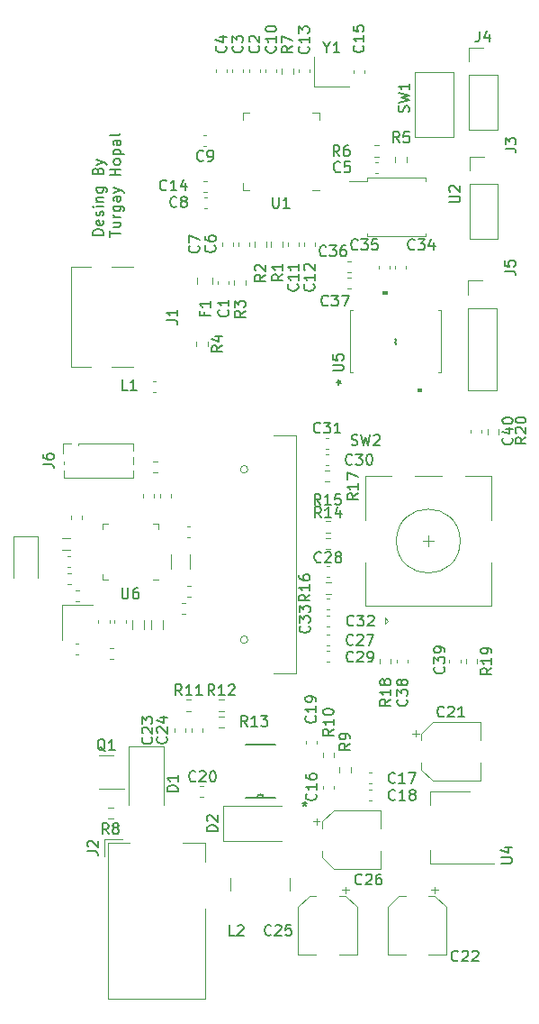
<source format=gbr>
%TF.GenerationSoftware,KiCad,Pcbnew,7.0.2*%
%TF.CreationDate,2023-07-17T10:41:54+03:00*%
%TF.ProjectId,DeskSmartFan,4465736b-536d-4617-9274-46616e2e6b69,rev?*%
%TF.SameCoordinates,Original*%
%TF.FileFunction,Legend,Top*%
%TF.FilePolarity,Positive*%
%FSLAX46Y46*%
G04 Gerber Fmt 4.6, Leading zero omitted, Abs format (unit mm)*
G04 Created by KiCad (PCBNEW 7.0.2) date 2023-07-17 10:41:54*
%MOMM*%
%LPD*%
G01*
G04 APERTURE LIST*
%ADD10C,0.150000*%
%ADD11C,0.120000*%
%ADD12C,0.152400*%
%ADD13C,0.100000*%
G04 APERTURE END LIST*
D10*
X124147619Y-57306904D02*
X123147619Y-57306904D01*
X123147619Y-57306904D02*
X123147619Y-57068809D01*
X123147619Y-57068809D02*
X123195238Y-56925952D01*
X123195238Y-56925952D02*
X123290476Y-56830714D01*
X123290476Y-56830714D02*
X123385714Y-56783095D01*
X123385714Y-56783095D02*
X123576190Y-56735476D01*
X123576190Y-56735476D02*
X123719047Y-56735476D01*
X123719047Y-56735476D02*
X123909523Y-56783095D01*
X123909523Y-56783095D02*
X124004761Y-56830714D01*
X124004761Y-56830714D02*
X124100000Y-56925952D01*
X124100000Y-56925952D02*
X124147619Y-57068809D01*
X124147619Y-57068809D02*
X124147619Y-57306904D01*
X124100000Y-55925952D02*
X124147619Y-56021190D01*
X124147619Y-56021190D02*
X124147619Y-56211666D01*
X124147619Y-56211666D02*
X124100000Y-56306904D01*
X124100000Y-56306904D02*
X124004761Y-56354523D01*
X124004761Y-56354523D02*
X123623809Y-56354523D01*
X123623809Y-56354523D02*
X123528571Y-56306904D01*
X123528571Y-56306904D02*
X123480952Y-56211666D01*
X123480952Y-56211666D02*
X123480952Y-56021190D01*
X123480952Y-56021190D02*
X123528571Y-55925952D01*
X123528571Y-55925952D02*
X123623809Y-55878333D01*
X123623809Y-55878333D02*
X123719047Y-55878333D01*
X123719047Y-55878333D02*
X123814285Y-56354523D01*
X124100000Y-55497380D02*
X124147619Y-55402142D01*
X124147619Y-55402142D02*
X124147619Y-55211666D01*
X124147619Y-55211666D02*
X124100000Y-55116428D01*
X124100000Y-55116428D02*
X124004761Y-55068809D01*
X124004761Y-55068809D02*
X123957142Y-55068809D01*
X123957142Y-55068809D02*
X123861904Y-55116428D01*
X123861904Y-55116428D02*
X123814285Y-55211666D01*
X123814285Y-55211666D02*
X123814285Y-55354523D01*
X123814285Y-55354523D02*
X123766666Y-55449761D01*
X123766666Y-55449761D02*
X123671428Y-55497380D01*
X123671428Y-55497380D02*
X123623809Y-55497380D01*
X123623809Y-55497380D02*
X123528571Y-55449761D01*
X123528571Y-55449761D02*
X123480952Y-55354523D01*
X123480952Y-55354523D02*
X123480952Y-55211666D01*
X123480952Y-55211666D02*
X123528571Y-55116428D01*
X124147619Y-54640237D02*
X123480952Y-54640237D01*
X123147619Y-54640237D02*
X123195238Y-54687856D01*
X123195238Y-54687856D02*
X123242857Y-54640237D01*
X123242857Y-54640237D02*
X123195238Y-54592618D01*
X123195238Y-54592618D02*
X123147619Y-54640237D01*
X123147619Y-54640237D02*
X123242857Y-54640237D01*
X123480952Y-54164047D02*
X124147619Y-54164047D01*
X123576190Y-54164047D02*
X123528571Y-54116428D01*
X123528571Y-54116428D02*
X123480952Y-54021190D01*
X123480952Y-54021190D02*
X123480952Y-53878333D01*
X123480952Y-53878333D02*
X123528571Y-53783095D01*
X123528571Y-53783095D02*
X123623809Y-53735476D01*
X123623809Y-53735476D02*
X124147619Y-53735476D01*
X123480952Y-52830714D02*
X124290476Y-52830714D01*
X124290476Y-52830714D02*
X124385714Y-52878333D01*
X124385714Y-52878333D02*
X124433333Y-52925952D01*
X124433333Y-52925952D02*
X124480952Y-53021190D01*
X124480952Y-53021190D02*
X124480952Y-53164047D01*
X124480952Y-53164047D02*
X124433333Y-53259285D01*
X124100000Y-52830714D02*
X124147619Y-52925952D01*
X124147619Y-52925952D02*
X124147619Y-53116428D01*
X124147619Y-53116428D02*
X124100000Y-53211666D01*
X124100000Y-53211666D02*
X124052380Y-53259285D01*
X124052380Y-53259285D02*
X123957142Y-53306904D01*
X123957142Y-53306904D02*
X123671428Y-53306904D01*
X123671428Y-53306904D02*
X123576190Y-53259285D01*
X123576190Y-53259285D02*
X123528571Y-53211666D01*
X123528571Y-53211666D02*
X123480952Y-53116428D01*
X123480952Y-53116428D02*
X123480952Y-52925952D01*
X123480952Y-52925952D02*
X123528571Y-52830714D01*
X123623809Y-51259285D02*
X123671428Y-51116428D01*
X123671428Y-51116428D02*
X123719047Y-51068809D01*
X123719047Y-51068809D02*
X123814285Y-51021190D01*
X123814285Y-51021190D02*
X123957142Y-51021190D01*
X123957142Y-51021190D02*
X124052380Y-51068809D01*
X124052380Y-51068809D02*
X124100000Y-51116428D01*
X124100000Y-51116428D02*
X124147619Y-51211666D01*
X124147619Y-51211666D02*
X124147619Y-51592618D01*
X124147619Y-51592618D02*
X123147619Y-51592618D01*
X123147619Y-51592618D02*
X123147619Y-51259285D01*
X123147619Y-51259285D02*
X123195238Y-51164047D01*
X123195238Y-51164047D02*
X123242857Y-51116428D01*
X123242857Y-51116428D02*
X123338095Y-51068809D01*
X123338095Y-51068809D02*
X123433333Y-51068809D01*
X123433333Y-51068809D02*
X123528571Y-51116428D01*
X123528571Y-51116428D02*
X123576190Y-51164047D01*
X123576190Y-51164047D02*
X123623809Y-51259285D01*
X123623809Y-51259285D02*
X123623809Y-51592618D01*
X123480952Y-50687856D02*
X124147619Y-50449761D01*
X123480952Y-50211666D02*
X124147619Y-50449761D01*
X124147619Y-50449761D02*
X124385714Y-50544999D01*
X124385714Y-50544999D02*
X124433333Y-50592618D01*
X124433333Y-50592618D02*
X124480952Y-50687856D01*
X124767619Y-57449761D02*
X124767619Y-56878333D01*
X125767619Y-57164047D02*
X124767619Y-57164047D01*
X125100952Y-56116428D02*
X125767619Y-56116428D01*
X125100952Y-56544999D02*
X125624761Y-56544999D01*
X125624761Y-56544999D02*
X125720000Y-56497380D01*
X125720000Y-56497380D02*
X125767619Y-56402142D01*
X125767619Y-56402142D02*
X125767619Y-56259285D01*
X125767619Y-56259285D02*
X125720000Y-56164047D01*
X125720000Y-56164047D02*
X125672380Y-56116428D01*
X125767619Y-55640237D02*
X125100952Y-55640237D01*
X125291428Y-55640237D02*
X125196190Y-55592618D01*
X125196190Y-55592618D02*
X125148571Y-55544999D01*
X125148571Y-55544999D02*
X125100952Y-55449761D01*
X125100952Y-55449761D02*
X125100952Y-55354523D01*
X125100952Y-54592618D02*
X125910476Y-54592618D01*
X125910476Y-54592618D02*
X126005714Y-54640237D01*
X126005714Y-54640237D02*
X126053333Y-54687856D01*
X126053333Y-54687856D02*
X126100952Y-54783094D01*
X126100952Y-54783094D02*
X126100952Y-54925951D01*
X126100952Y-54925951D02*
X126053333Y-55021189D01*
X125720000Y-54592618D02*
X125767619Y-54687856D01*
X125767619Y-54687856D02*
X125767619Y-54878332D01*
X125767619Y-54878332D02*
X125720000Y-54973570D01*
X125720000Y-54973570D02*
X125672380Y-55021189D01*
X125672380Y-55021189D02*
X125577142Y-55068808D01*
X125577142Y-55068808D02*
X125291428Y-55068808D01*
X125291428Y-55068808D02*
X125196190Y-55021189D01*
X125196190Y-55021189D02*
X125148571Y-54973570D01*
X125148571Y-54973570D02*
X125100952Y-54878332D01*
X125100952Y-54878332D02*
X125100952Y-54687856D01*
X125100952Y-54687856D02*
X125148571Y-54592618D01*
X125767619Y-53687856D02*
X125243809Y-53687856D01*
X125243809Y-53687856D02*
X125148571Y-53735475D01*
X125148571Y-53735475D02*
X125100952Y-53830713D01*
X125100952Y-53830713D02*
X125100952Y-54021189D01*
X125100952Y-54021189D02*
X125148571Y-54116427D01*
X125720000Y-53687856D02*
X125767619Y-53783094D01*
X125767619Y-53783094D02*
X125767619Y-54021189D01*
X125767619Y-54021189D02*
X125720000Y-54116427D01*
X125720000Y-54116427D02*
X125624761Y-54164046D01*
X125624761Y-54164046D02*
X125529523Y-54164046D01*
X125529523Y-54164046D02*
X125434285Y-54116427D01*
X125434285Y-54116427D02*
X125386666Y-54021189D01*
X125386666Y-54021189D02*
X125386666Y-53783094D01*
X125386666Y-53783094D02*
X125339047Y-53687856D01*
X125100952Y-53306903D02*
X125767619Y-53068808D01*
X125100952Y-52830713D02*
X125767619Y-53068808D01*
X125767619Y-53068808D02*
X126005714Y-53164046D01*
X126005714Y-53164046D02*
X126053333Y-53211665D01*
X126053333Y-53211665D02*
X126100952Y-53306903D01*
X125767619Y-51687855D02*
X124767619Y-51687855D01*
X125243809Y-51687855D02*
X125243809Y-51116427D01*
X125767619Y-51116427D02*
X124767619Y-51116427D01*
X125767619Y-50497379D02*
X125720000Y-50592617D01*
X125720000Y-50592617D02*
X125672380Y-50640236D01*
X125672380Y-50640236D02*
X125577142Y-50687855D01*
X125577142Y-50687855D02*
X125291428Y-50687855D01*
X125291428Y-50687855D02*
X125196190Y-50640236D01*
X125196190Y-50640236D02*
X125148571Y-50592617D01*
X125148571Y-50592617D02*
X125100952Y-50497379D01*
X125100952Y-50497379D02*
X125100952Y-50354522D01*
X125100952Y-50354522D02*
X125148571Y-50259284D01*
X125148571Y-50259284D02*
X125196190Y-50211665D01*
X125196190Y-50211665D02*
X125291428Y-50164046D01*
X125291428Y-50164046D02*
X125577142Y-50164046D01*
X125577142Y-50164046D02*
X125672380Y-50211665D01*
X125672380Y-50211665D02*
X125720000Y-50259284D01*
X125720000Y-50259284D02*
X125767619Y-50354522D01*
X125767619Y-50354522D02*
X125767619Y-50497379D01*
X125100952Y-49735474D02*
X126100952Y-49735474D01*
X125148571Y-49735474D02*
X125100952Y-49640236D01*
X125100952Y-49640236D02*
X125100952Y-49449760D01*
X125100952Y-49449760D02*
X125148571Y-49354522D01*
X125148571Y-49354522D02*
X125196190Y-49306903D01*
X125196190Y-49306903D02*
X125291428Y-49259284D01*
X125291428Y-49259284D02*
X125577142Y-49259284D01*
X125577142Y-49259284D02*
X125672380Y-49306903D01*
X125672380Y-49306903D02*
X125720000Y-49354522D01*
X125720000Y-49354522D02*
X125767619Y-49449760D01*
X125767619Y-49449760D02*
X125767619Y-49640236D01*
X125767619Y-49640236D02*
X125720000Y-49735474D01*
X125767619Y-48402141D02*
X125243809Y-48402141D01*
X125243809Y-48402141D02*
X125148571Y-48449760D01*
X125148571Y-48449760D02*
X125100952Y-48544998D01*
X125100952Y-48544998D02*
X125100952Y-48735474D01*
X125100952Y-48735474D02*
X125148571Y-48830712D01*
X125720000Y-48402141D02*
X125767619Y-48497379D01*
X125767619Y-48497379D02*
X125767619Y-48735474D01*
X125767619Y-48735474D02*
X125720000Y-48830712D01*
X125720000Y-48830712D02*
X125624761Y-48878331D01*
X125624761Y-48878331D02*
X125529523Y-48878331D01*
X125529523Y-48878331D02*
X125434285Y-48830712D01*
X125434285Y-48830712D02*
X125386666Y-48735474D01*
X125386666Y-48735474D02*
X125386666Y-48497379D01*
X125386666Y-48497379D02*
X125339047Y-48402141D01*
X125767619Y-47783093D02*
X125720000Y-47878331D01*
X125720000Y-47878331D02*
X125624761Y-47925950D01*
X125624761Y-47925950D02*
X124767619Y-47925950D01*
%TO.C,U6*%
X125913095Y-90462619D02*
X125913095Y-91272142D01*
X125913095Y-91272142D02*
X125960714Y-91367380D01*
X125960714Y-91367380D02*
X126008333Y-91415000D01*
X126008333Y-91415000D02*
X126103571Y-91462619D01*
X126103571Y-91462619D02*
X126294047Y-91462619D01*
X126294047Y-91462619D02*
X126389285Y-91415000D01*
X126389285Y-91415000D02*
X126436904Y-91367380D01*
X126436904Y-91367380D02*
X126484523Y-91272142D01*
X126484523Y-91272142D02*
X126484523Y-90462619D01*
X127389285Y-90462619D02*
X127198809Y-90462619D01*
X127198809Y-90462619D02*
X127103571Y-90510238D01*
X127103571Y-90510238D02*
X127055952Y-90557857D01*
X127055952Y-90557857D02*
X126960714Y-90700714D01*
X126960714Y-90700714D02*
X126913095Y-90891190D01*
X126913095Y-90891190D02*
X126913095Y-91272142D01*
X126913095Y-91272142D02*
X126960714Y-91367380D01*
X126960714Y-91367380D02*
X127008333Y-91415000D01*
X127008333Y-91415000D02*
X127103571Y-91462619D01*
X127103571Y-91462619D02*
X127294047Y-91462619D01*
X127294047Y-91462619D02*
X127389285Y-91415000D01*
X127389285Y-91415000D02*
X127436904Y-91367380D01*
X127436904Y-91367380D02*
X127484523Y-91272142D01*
X127484523Y-91272142D02*
X127484523Y-91034047D01*
X127484523Y-91034047D02*
X127436904Y-90938809D01*
X127436904Y-90938809D02*
X127389285Y-90891190D01*
X127389285Y-90891190D02*
X127294047Y-90843571D01*
X127294047Y-90843571D02*
X127103571Y-90843571D01*
X127103571Y-90843571D02*
X127008333Y-90891190D01*
X127008333Y-90891190D02*
X126960714Y-90938809D01*
X126960714Y-90938809D02*
X126913095Y-91034047D01*
%TO.C,U1*%
X140095595Y-53740119D02*
X140095595Y-54549642D01*
X140095595Y-54549642D02*
X140143214Y-54644880D01*
X140143214Y-54644880D02*
X140190833Y-54692500D01*
X140190833Y-54692500D02*
X140286071Y-54740119D01*
X140286071Y-54740119D02*
X140476547Y-54740119D01*
X140476547Y-54740119D02*
X140571785Y-54692500D01*
X140571785Y-54692500D02*
X140619404Y-54644880D01*
X140619404Y-54644880D02*
X140667023Y-54549642D01*
X140667023Y-54549642D02*
X140667023Y-53740119D01*
X141667023Y-54740119D02*
X141095595Y-54740119D01*
X141381309Y-54740119D02*
X141381309Y-53740119D01*
X141381309Y-53740119D02*
X141286071Y-53882976D01*
X141286071Y-53882976D02*
X141190833Y-53978214D01*
X141190833Y-53978214D02*
X141095595Y-54025833D01*
%TO.C,C12*%
X143917380Y-61927857D02*
X143965000Y-61975476D01*
X143965000Y-61975476D02*
X144012619Y-62118333D01*
X144012619Y-62118333D02*
X144012619Y-62213571D01*
X144012619Y-62213571D02*
X143965000Y-62356428D01*
X143965000Y-62356428D02*
X143869761Y-62451666D01*
X143869761Y-62451666D02*
X143774523Y-62499285D01*
X143774523Y-62499285D02*
X143584047Y-62546904D01*
X143584047Y-62546904D02*
X143441190Y-62546904D01*
X143441190Y-62546904D02*
X143250714Y-62499285D01*
X143250714Y-62499285D02*
X143155476Y-62451666D01*
X143155476Y-62451666D02*
X143060238Y-62356428D01*
X143060238Y-62356428D02*
X143012619Y-62213571D01*
X143012619Y-62213571D02*
X143012619Y-62118333D01*
X143012619Y-62118333D02*
X143060238Y-61975476D01*
X143060238Y-61975476D02*
X143107857Y-61927857D01*
X144012619Y-60975476D02*
X144012619Y-61546904D01*
X144012619Y-61261190D02*
X143012619Y-61261190D01*
X143012619Y-61261190D02*
X143155476Y-61356428D01*
X143155476Y-61356428D02*
X143250714Y-61451666D01*
X143250714Y-61451666D02*
X143298333Y-61546904D01*
X143107857Y-60594523D02*
X143060238Y-60546904D01*
X143060238Y-60546904D02*
X143012619Y-60451666D01*
X143012619Y-60451666D02*
X143012619Y-60213571D01*
X143012619Y-60213571D02*
X143060238Y-60118333D01*
X143060238Y-60118333D02*
X143107857Y-60070714D01*
X143107857Y-60070714D02*
X143203095Y-60023095D01*
X143203095Y-60023095D02*
X143298333Y-60023095D01*
X143298333Y-60023095D02*
X143441190Y-60070714D01*
X143441190Y-60070714D02*
X144012619Y-60642142D01*
X144012619Y-60642142D02*
X144012619Y-60023095D01*
%TO.C,J5*%
X161892619Y-60678333D02*
X162606904Y-60678333D01*
X162606904Y-60678333D02*
X162749761Y-60725952D01*
X162749761Y-60725952D02*
X162845000Y-60821190D01*
X162845000Y-60821190D02*
X162892619Y-60964047D01*
X162892619Y-60964047D02*
X162892619Y-61059285D01*
X161892619Y-59725952D02*
X161892619Y-60202142D01*
X161892619Y-60202142D02*
X162368809Y-60249761D01*
X162368809Y-60249761D02*
X162321190Y-60202142D01*
X162321190Y-60202142D02*
X162273571Y-60106904D01*
X162273571Y-60106904D02*
X162273571Y-59868809D01*
X162273571Y-59868809D02*
X162321190Y-59773571D01*
X162321190Y-59773571D02*
X162368809Y-59725952D01*
X162368809Y-59725952D02*
X162464047Y-59678333D01*
X162464047Y-59678333D02*
X162702142Y-59678333D01*
X162702142Y-59678333D02*
X162797380Y-59725952D01*
X162797380Y-59725952D02*
X162845000Y-59773571D01*
X162845000Y-59773571D02*
X162892619Y-59868809D01*
X162892619Y-59868809D02*
X162892619Y-60106904D01*
X162892619Y-60106904D02*
X162845000Y-60202142D01*
X162845000Y-60202142D02*
X162797380Y-60249761D01*
%TO.C,R9*%
X147352619Y-105061666D02*
X146876428Y-105394999D01*
X147352619Y-105633094D02*
X146352619Y-105633094D01*
X146352619Y-105633094D02*
X146352619Y-105252142D01*
X146352619Y-105252142D02*
X146400238Y-105156904D01*
X146400238Y-105156904D02*
X146447857Y-105109285D01*
X146447857Y-105109285D02*
X146543095Y-105061666D01*
X146543095Y-105061666D02*
X146685952Y-105061666D01*
X146685952Y-105061666D02*
X146781190Y-105109285D01*
X146781190Y-105109285D02*
X146828809Y-105156904D01*
X146828809Y-105156904D02*
X146876428Y-105252142D01*
X146876428Y-105252142D02*
X146876428Y-105633094D01*
X147352619Y-104585475D02*
X147352619Y-104394999D01*
X147352619Y-104394999D02*
X147305000Y-104299761D01*
X147305000Y-104299761D02*
X147257380Y-104252142D01*
X147257380Y-104252142D02*
X147114523Y-104156904D01*
X147114523Y-104156904D02*
X146924047Y-104109285D01*
X146924047Y-104109285D02*
X146543095Y-104109285D01*
X146543095Y-104109285D02*
X146447857Y-104156904D01*
X146447857Y-104156904D02*
X146400238Y-104204523D01*
X146400238Y-104204523D02*
X146352619Y-104299761D01*
X146352619Y-104299761D02*
X146352619Y-104490237D01*
X146352619Y-104490237D02*
X146400238Y-104585475D01*
X146400238Y-104585475D02*
X146447857Y-104633094D01*
X146447857Y-104633094D02*
X146543095Y-104680713D01*
X146543095Y-104680713D02*
X146781190Y-104680713D01*
X146781190Y-104680713D02*
X146876428Y-104633094D01*
X146876428Y-104633094D02*
X146924047Y-104585475D01*
X146924047Y-104585475D02*
X146971666Y-104490237D01*
X146971666Y-104490237D02*
X146971666Y-104299761D01*
X146971666Y-104299761D02*
X146924047Y-104204523D01*
X146924047Y-104204523D02*
X146876428Y-104156904D01*
X146876428Y-104156904D02*
X146781190Y-104109285D01*
%TO.C,C36*%
X145097142Y-59192380D02*
X145049523Y-59240000D01*
X145049523Y-59240000D02*
X144906666Y-59287619D01*
X144906666Y-59287619D02*
X144811428Y-59287619D01*
X144811428Y-59287619D02*
X144668571Y-59240000D01*
X144668571Y-59240000D02*
X144573333Y-59144761D01*
X144573333Y-59144761D02*
X144525714Y-59049523D01*
X144525714Y-59049523D02*
X144478095Y-58859047D01*
X144478095Y-58859047D02*
X144478095Y-58716190D01*
X144478095Y-58716190D02*
X144525714Y-58525714D01*
X144525714Y-58525714D02*
X144573333Y-58430476D01*
X144573333Y-58430476D02*
X144668571Y-58335238D01*
X144668571Y-58335238D02*
X144811428Y-58287619D01*
X144811428Y-58287619D02*
X144906666Y-58287619D01*
X144906666Y-58287619D02*
X145049523Y-58335238D01*
X145049523Y-58335238D02*
X145097142Y-58382857D01*
X145430476Y-58287619D02*
X146049523Y-58287619D01*
X146049523Y-58287619D02*
X145716190Y-58668571D01*
X145716190Y-58668571D02*
X145859047Y-58668571D01*
X145859047Y-58668571D02*
X145954285Y-58716190D01*
X145954285Y-58716190D02*
X146001904Y-58763809D01*
X146001904Y-58763809D02*
X146049523Y-58859047D01*
X146049523Y-58859047D02*
X146049523Y-59097142D01*
X146049523Y-59097142D02*
X146001904Y-59192380D01*
X146001904Y-59192380D02*
X145954285Y-59240000D01*
X145954285Y-59240000D02*
X145859047Y-59287619D01*
X145859047Y-59287619D02*
X145573333Y-59287619D01*
X145573333Y-59287619D02*
X145478095Y-59240000D01*
X145478095Y-59240000D02*
X145430476Y-59192380D01*
X146906666Y-58287619D02*
X146716190Y-58287619D01*
X146716190Y-58287619D02*
X146620952Y-58335238D01*
X146620952Y-58335238D02*
X146573333Y-58382857D01*
X146573333Y-58382857D02*
X146478095Y-58525714D01*
X146478095Y-58525714D02*
X146430476Y-58716190D01*
X146430476Y-58716190D02*
X146430476Y-59097142D01*
X146430476Y-59097142D02*
X146478095Y-59192380D01*
X146478095Y-59192380D02*
X146525714Y-59240000D01*
X146525714Y-59240000D02*
X146620952Y-59287619D01*
X146620952Y-59287619D02*
X146811428Y-59287619D01*
X146811428Y-59287619D02*
X146906666Y-59240000D01*
X146906666Y-59240000D02*
X146954285Y-59192380D01*
X146954285Y-59192380D02*
X147001904Y-59097142D01*
X147001904Y-59097142D02*
X147001904Y-58859047D01*
X147001904Y-58859047D02*
X146954285Y-58763809D01*
X146954285Y-58763809D02*
X146906666Y-58716190D01*
X146906666Y-58716190D02*
X146811428Y-58668571D01*
X146811428Y-58668571D02*
X146620952Y-58668571D01*
X146620952Y-58668571D02*
X146525714Y-58716190D01*
X146525714Y-58716190D02*
X146478095Y-58763809D01*
X146478095Y-58763809D02*
X146430476Y-58859047D01*
%TO.C,C31*%
X144562142Y-75802380D02*
X144514523Y-75850000D01*
X144514523Y-75850000D02*
X144371666Y-75897619D01*
X144371666Y-75897619D02*
X144276428Y-75897619D01*
X144276428Y-75897619D02*
X144133571Y-75850000D01*
X144133571Y-75850000D02*
X144038333Y-75754761D01*
X144038333Y-75754761D02*
X143990714Y-75659523D01*
X143990714Y-75659523D02*
X143943095Y-75469047D01*
X143943095Y-75469047D02*
X143943095Y-75326190D01*
X143943095Y-75326190D02*
X143990714Y-75135714D01*
X143990714Y-75135714D02*
X144038333Y-75040476D01*
X144038333Y-75040476D02*
X144133571Y-74945238D01*
X144133571Y-74945238D02*
X144276428Y-74897619D01*
X144276428Y-74897619D02*
X144371666Y-74897619D01*
X144371666Y-74897619D02*
X144514523Y-74945238D01*
X144514523Y-74945238D02*
X144562142Y-74992857D01*
X144895476Y-74897619D02*
X145514523Y-74897619D01*
X145514523Y-74897619D02*
X145181190Y-75278571D01*
X145181190Y-75278571D02*
X145324047Y-75278571D01*
X145324047Y-75278571D02*
X145419285Y-75326190D01*
X145419285Y-75326190D02*
X145466904Y-75373809D01*
X145466904Y-75373809D02*
X145514523Y-75469047D01*
X145514523Y-75469047D02*
X145514523Y-75707142D01*
X145514523Y-75707142D02*
X145466904Y-75802380D01*
X145466904Y-75802380D02*
X145419285Y-75850000D01*
X145419285Y-75850000D02*
X145324047Y-75897619D01*
X145324047Y-75897619D02*
X145038333Y-75897619D01*
X145038333Y-75897619D02*
X144943095Y-75850000D01*
X144943095Y-75850000D02*
X144895476Y-75802380D01*
X146466904Y-75897619D02*
X145895476Y-75897619D01*
X146181190Y-75897619D02*
X146181190Y-74897619D01*
X146181190Y-74897619D02*
X146085952Y-75040476D01*
X146085952Y-75040476D02*
X145990714Y-75135714D01*
X145990714Y-75135714D02*
X145895476Y-75183333D01*
%TO.C,C35*%
X148077142Y-58602380D02*
X148029523Y-58650000D01*
X148029523Y-58650000D02*
X147886666Y-58697619D01*
X147886666Y-58697619D02*
X147791428Y-58697619D01*
X147791428Y-58697619D02*
X147648571Y-58650000D01*
X147648571Y-58650000D02*
X147553333Y-58554761D01*
X147553333Y-58554761D02*
X147505714Y-58459523D01*
X147505714Y-58459523D02*
X147458095Y-58269047D01*
X147458095Y-58269047D02*
X147458095Y-58126190D01*
X147458095Y-58126190D02*
X147505714Y-57935714D01*
X147505714Y-57935714D02*
X147553333Y-57840476D01*
X147553333Y-57840476D02*
X147648571Y-57745238D01*
X147648571Y-57745238D02*
X147791428Y-57697619D01*
X147791428Y-57697619D02*
X147886666Y-57697619D01*
X147886666Y-57697619D02*
X148029523Y-57745238D01*
X148029523Y-57745238D02*
X148077142Y-57792857D01*
X148410476Y-57697619D02*
X149029523Y-57697619D01*
X149029523Y-57697619D02*
X148696190Y-58078571D01*
X148696190Y-58078571D02*
X148839047Y-58078571D01*
X148839047Y-58078571D02*
X148934285Y-58126190D01*
X148934285Y-58126190D02*
X148981904Y-58173809D01*
X148981904Y-58173809D02*
X149029523Y-58269047D01*
X149029523Y-58269047D02*
X149029523Y-58507142D01*
X149029523Y-58507142D02*
X148981904Y-58602380D01*
X148981904Y-58602380D02*
X148934285Y-58650000D01*
X148934285Y-58650000D02*
X148839047Y-58697619D01*
X148839047Y-58697619D02*
X148553333Y-58697619D01*
X148553333Y-58697619D02*
X148458095Y-58650000D01*
X148458095Y-58650000D02*
X148410476Y-58602380D01*
X149934285Y-57697619D02*
X149458095Y-57697619D01*
X149458095Y-57697619D02*
X149410476Y-58173809D01*
X149410476Y-58173809D02*
X149458095Y-58126190D01*
X149458095Y-58126190D02*
X149553333Y-58078571D01*
X149553333Y-58078571D02*
X149791428Y-58078571D01*
X149791428Y-58078571D02*
X149886666Y-58126190D01*
X149886666Y-58126190D02*
X149934285Y-58173809D01*
X149934285Y-58173809D02*
X149981904Y-58269047D01*
X149981904Y-58269047D02*
X149981904Y-58507142D01*
X149981904Y-58507142D02*
X149934285Y-58602380D01*
X149934285Y-58602380D02*
X149886666Y-58650000D01*
X149886666Y-58650000D02*
X149791428Y-58697619D01*
X149791428Y-58697619D02*
X149553333Y-58697619D01*
X149553333Y-58697619D02*
X149458095Y-58650000D01*
X149458095Y-58650000D02*
X149410476Y-58602380D01*
%TO.C,C37*%
X145287142Y-63862380D02*
X145239523Y-63910000D01*
X145239523Y-63910000D02*
X145096666Y-63957619D01*
X145096666Y-63957619D02*
X145001428Y-63957619D01*
X145001428Y-63957619D02*
X144858571Y-63910000D01*
X144858571Y-63910000D02*
X144763333Y-63814761D01*
X144763333Y-63814761D02*
X144715714Y-63719523D01*
X144715714Y-63719523D02*
X144668095Y-63529047D01*
X144668095Y-63529047D02*
X144668095Y-63386190D01*
X144668095Y-63386190D02*
X144715714Y-63195714D01*
X144715714Y-63195714D02*
X144763333Y-63100476D01*
X144763333Y-63100476D02*
X144858571Y-63005238D01*
X144858571Y-63005238D02*
X145001428Y-62957619D01*
X145001428Y-62957619D02*
X145096666Y-62957619D01*
X145096666Y-62957619D02*
X145239523Y-63005238D01*
X145239523Y-63005238D02*
X145287142Y-63052857D01*
X145620476Y-62957619D02*
X146239523Y-62957619D01*
X146239523Y-62957619D02*
X145906190Y-63338571D01*
X145906190Y-63338571D02*
X146049047Y-63338571D01*
X146049047Y-63338571D02*
X146144285Y-63386190D01*
X146144285Y-63386190D02*
X146191904Y-63433809D01*
X146191904Y-63433809D02*
X146239523Y-63529047D01*
X146239523Y-63529047D02*
X146239523Y-63767142D01*
X146239523Y-63767142D02*
X146191904Y-63862380D01*
X146191904Y-63862380D02*
X146144285Y-63910000D01*
X146144285Y-63910000D02*
X146049047Y-63957619D01*
X146049047Y-63957619D02*
X145763333Y-63957619D01*
X145763333Y-63957619D02*
X145668095Y-63910000D01*
X145668095Y-63910000D02*
X145620476Y-63862380D01*
X146572857Y-62957619D02*
X147239523Y-62957619D01*
X147239523Y-62957619D02*
X146810952Y-63957619D01*
%TO.C,R10*%
X145802619Y-103707857D02*
X145326428Y-104041190D01*
X145802619Y-104279285D02*
X144802619Y-104279285D01*
X144802619Y-104279285D02*
X144802619Y-103898333D01*
X144802619Y-103898333D02*
X144850238Y-103803095D01*
X144850238Y-103803095D02*
X144897857Y-103755476D01*
X144897857Y-103755476D02*
X144993095Y-103707857D01*
X144993095Y-103707857D02*
X145135952Y-103707857D01*
X145135952Y-103707857D02*
X145231190Y-103755476D01*
X145231190Y-103755476D02*
X145278809Y-103803095D01*
X145278809Y-103803095D02*
X145326428Y-103898333D01*
X145326428Y-103898333D02*
X145326428Y-104279285D01*
X145802619Y-102755476D02*
X145802619Y-103326904D01*
X145802619Y-103041190D02*
X144802619Y-103041190D01*
X144802619Y-103041190D02*
X144945476Y-103136428D01*
X144945476Y-103136428D02*
X145040714Y-103231666D01*
X145040714Y-103231666D02*
X145088333Y-103326904D01*
X144802619Y-102136428D02*
X144802619Y-102041190D01*
X144802619Y-102041190D02*
X144850238Y-101945952D01*
X144850238Y-101945952D02*
X144897857Y-101898333D01*
X144897857Y-101898333D02*
X144993095Y-101850714D01*
X144993095Y-101850714D02*
X145183571Y-101803095D01*
X145183571Y-101803095D02*
X145421666Y-101803095D01*
X145421666Y-101803095D02*
X145612142Y-101850714D01*
X145612142Y-101850714D02*
X145707380Y-101898333D01*
X145707380Y-101898333D02*
X145755000Y-101945952D01*
X145755000Y-101945952D02*
X145802619Y-102041190D01*
X145802619Y-102041190D02*
X145802619Y-102136428D01*
X145802619Y-102136428D02*
X145755000Y-102231666D01*
X145755000Y-102231666D02*
X145707380Y-102279285D01*
X145707380Y-102279285D02*
X145612142Y-102326904D01*
X145612142Y-102326904D02*
X145421666Y-102374523D01*
X145421666Y-102374523D02*
X145183571Y-102374523D01*
X145183571Y-102374523D02*
X144993095Y-102326904D01*
X144993095Y-102326904D02*
X144897857Y-102279285D01*
X144897857Y-102279285D02*
X144850238Y-102231666D01*
X144850238Y-102231666D02*
X144802619Y-102136428D01*
%TO.C,R18*%
X151172619Y-100917857D02*
X150696428Y-101251190D01*
X151172619Y-101489285D02*
X150172619Y-101489285D01*
X150172619Y-101489285D02*
X150172619Y-101108333D01*
X150172619Y-101108333D02*
X150220238Y-101013095D01*
X150220238Y-101013095D02*
X150267857Y-100965476D01*
X150267857Y-100965476D02*
X150363095Y-100917857D01*
X150363095Y-100917857D02*
X150505952Y-100917857D01*
X150505952Y-100917857D02*
X150601190Y-100965476D01*
X150601190Y-100965476D02*
X150648809Y-101013095D01*
X150648809Y-101013095D02*
X150696428Y-101108333D01*
X150696428Y-101108333D02*
X150696428Y-101489285D01*
X151172619Y-99965476D02*
X151172619Y-100536904D01*
X151172619Y-100251190D02*
X150172619Y-100251190D01*
X150172619Y-100251190D02*
X150315476Y-100346428D01*
X150315476Y-100346428D02*
X150410714Y-100441666D01*
X150410714Y-100441666D02*
X150458333Y-100536904D01*
X150601190Y-99394047D02*
X150553571Y-99489285D01*
X150553571Y-99489285D02*
X150505952Y-99536904D01*
X150505952Y-99536904D02*
X150410714Y-99584523D01*
X150410714Y-99584523D02*
X150363095Y-99584523D01*
X150363095Y-99584523D02*
X150267857Y-99536904D01*
X150267857Y-99536904D02*
X150220238Y-99489285D01*
X150220238Y-99489285D02*
X150172619Y-99394047D01*
X150172619Y-99394047D02*
X150172619Y-99203571D01*
X150172619Y-99203571D02*
X150220238Y-99108333D01*
X150220238Y-99108333D02*
X150267857Y-99060714D01*
X150267857Y-99060714D02*
X150363095Y-99013095D01*
X150363095Y-99013095D02*
X150410714Y-99013095D01*
X150410714Y-99013095D02*
X150505952Y-99060714D01*
X150505952Y-99060714D02*
X150553571Y-99108333D01*
X150553571Y-99108333D02*
X150601190Y-99203571D01*
X150601190Y-99203571D02*
X150601190Y-99394047D01*
X150601190Y-99394047D02*
X150648809Y-99489285D01*
X150648809Y-99489285D02*
X150696428Y-99536904D01*
X150696428Y-99536904D02*
X150791666Y-99584523D01*
X150791666Y-99584523D02*
X150982142Y-99584523D01*
X150982142Y-99584523D02*
X151077380Y-99536904D01*
X151077380Y-99536904D02*
X151125000Y-99489285D01*
X151125000Y-99489285D02*
X151172619Y-99394047D01*
X151172619Y-99394047D02*
X151172619Y-99203571D01*
X151172619Y-99203571D02*
X151125000Y-99108333D01*
X151125000Y-99108333D02*
X151077380Y-99060714D01*
X151077380Y-99060714D02*
X150982142Y-99013095D01*
X150982142Y-99013095D02*
X150791666Y-99013095D01*
X150791666Y-99013095D02*
X150696428Y-99060714D01*
X150696428Y-99060714D02*
X150648809Y-99108333D01*
X150648809Y-99108333D02*
X150601190Y-99203571D01*
%TO.C,J3*%
X161962619Y-49178333D02*
X162676904Y-49178333D01*
X162676904Y-49178333D02*
X162819761Y-49225952D01*
X162819761Y-49225952D02*
X162915000Y-49321190D01*
X162915000Y-49321190D02*
X162962619Y-49464047D01*
X162962619Y-49464047D02*
X162962619Y-49559285D01*
X161962619Y-48797380D02*
X161962619Y-48178333D01*
X161962619Y-48178333D02*
X162343571Y-48511666D01*
X162343571Y-48511666D02*
X162343571Y-48368809D01*
X162343571Y-48368809D02*
X162391190Y-48273571D01*
X162391190Y-48273571D02*
X162438809Y-48225952D01*
X162438809Y-48225952D02*
X162534047Y-48178333D01*
X162534047Y-48178333D02*
X162772142Y-48178333D01*
X162772142Y-48178333D02*
X162867380Y-48225952D01*
X162867380Y-48225952D02*
X162915000Y-48273571D01*
X162915000Y-48273571D02*
X162962619Y-48368809D01*
X162962619Y-48368809D02*
X162962619Y-48654523D01*
X162962619Y-48654523D02*
X162915000Y-48749761D01*
X162915000Y-48749761D02*
X162867380Y-48797380D01*
%TO.C,C8*%
X131043333Y-54582380D02*
X130995714Y-54630000D01*
X130995714Y-54630000D02*
X130852857Y-54677619D01*
X130852857Y-54677619D02*
X130757619Y-54677619D01*
X130757619Y-54677619D02*
X130614762Y-54630000D01*
X130614762Y-54630000D02*
X130519524Y-54534761D01*
X130519524Y-54534761D02*
X130471905Y-54439523D01*
X130471905Y-54439523D02*
X130424286Y-54249047D01*
X130424286Y-54249047D02*
X130424286Y-54106190D01*
X130424286Y-54106190D02*
X130471905Y-53915714D01*
X130471905Y-53915714D02*
X130519524Y-53820476D01*
X130519524Y-53820476D02*
X130614762Y-53725238D01*
X130614762Y-53725238D02*
X130757619Y-53677619D01*
X130757619Y-53677619D02*
X130852857Y-53677619D01*
X130852857Y-53677619D02*
X130995714Y-53725238D01*
X130995714Y-53725238D02*
X131043333Y-53772857D01*
X131614762Y-54106190D02*
X131519524Y-54058571D01*
X131519524Y-54058571D02*
X131471905Y-54010952D01*
X131471905Y-54010952D02*
X131424286Y-53915714D01*
X131424286Y-53915714D02*
X131424286Y-53868095D01*
X131424286Y-53868095D02*
X131471905Y-53772857D01*
X131471905Y-53772857D02*
X131519524Y-53725238D01*
X131519524Y-53725238D02*
X131614762Y-53677619D01*
X131614762Y-53677619D02*
X131805238Y-53677619D01*
X131805238Y-53677619D02*
X131900476Y-53725238D01*
X131900476Y-53725238D02*
X131948095Y-53772857D01*
X131948095Y-53772857D02*
X131995714Y-53868095D01*
X131995714Y-53868095D02*
X131995714Y-53915714D01*
X131995714Y-53915714D02*
X131948095Y-54010952D01*
X131948095Y-54010952D02*
X131900476Y-54058571D01*
X131900476Y-54058571D02*
X131805238Y-54106190D01*
X131805238Y-54106190D02*
X131614762Y-54106190D01*
X131614762Y-54106190D02*
X131519524Y-54153809D01*
X131519524Y-54153809D02*
X131471905Y-54201428D01*
X131471905Y-54201428D02*
X131424286Y-54296666D01*
X131424286Y-54296666D02*
X131424286Y-54487142D01*
X131424286Y-54487142D02*
X131471905Y-54582380D01*
X131471905Y-54582380D02*
X131519524Y-54630000D01*
X131519524Y-54630000D02*
X131614762Y-54677619D01*
X131614762Y-54677619D02*
X131805238Y-54677619D01*
X131805238Y-54677619D02*
X131900476Y-54630000D01*
X131900476Y-54630000D02*
X131948095Y-54582380D01*
X131948095Y-54582380D02*
X131995714Y-54487142D01*
X131995714Y-54487142D02*
X131995714Y-54296666D01*
X131995714Y-54296666D02*
X131948095Y-54201428D01*
X131948095Y-54201428D02*
X131900476Y-54153809D01*
X131900476Y-54153809D02*
X131805238Y-54106190D01*
%TO.C,Q1*%
X124324761Y-105762857D02*
X124229523Y-105715238D01*
X124229523Y-105715238D02*
X124134285Y-105620000D01*
X124134285Y-105620000D02*
X123991428Y-105477142D01*
X123991428Y-105477142D02*
X123896190Y-105429523D01*
X123896190Y-105429523D02*
X123800952Y-105429523D01*
X123848571Y-105667619D02*
X123753333Y-105620000D01*
X123753333Y-105620000D02*
X123658095Y-105524761D01*
X123658095Y-105524761D02*
X123610476Y-105334285D01*
X123610476Y-105334285D02*
X123610476Y-105000952D01*
X123610476Y-105000952D02*
X123658095Y-104810476D01*
X123658095Y-104810476D02*
X123753333Y-104715238D01*
X123753333Y-104715238D02*
X123848571Y-104667619D01*
X123848571Y-104667619D02*
X124039047Y-104667619D01*
X124039047Y-104667619D02*
X124134285Y-104715238D01*
X124134285Y-104715238D02*
X124229523Y-104810476D01*
X124229523Y-104810476D02*
X124277142Y-105000952D01*
X124277142Y-105000952D02*
X124277142Y-105334285D01*
X124277142Y-105334285D02*
X124229523Y-105524761D01*
X124229523Y-105524761D02*
X124134285Y-105620000D01*
X124134285Y-105620000D02*
X124039047Y-105667619D01*
X124039047Y-105667619D02*
X123848571Y-105667619D01*
X125229523Y-105667619D02*
X124658095Y-105667619D01*
X124943809Y-105667619D02*
X124943809Y-104667619D01*
X124943809Y-104667619D02*
X124848571Y-104810476D01*
X124848571Y-104810476D02*
X124753333Y-104905714D01*
X124753333Y-104905714D02*
X124658095Y-104953333D01*
%TO.C,C32*%
X147697142Y-93922380D02*
X147649523Y-93970000D01*
X147649523Y-93970000D02*
X147506666Y-94017619D01*
X147506666Y-94017619D02*
X147411428Y-94017619D01*
X147411428Y-94017619D02*
X147268571Y-93970000D01*
X147268571Y-93970000D02*
X147173333Y-93874761D01*
X147173333Y-93874761D02*
X147125714Y-93779523D01*
X147125714Y-93779523D02*
X147078095Y-93589047D01*
X147078095Y-93589047D02*
X147078095Y-93446190D01*
X147078095Y-93446190D02*
X147125714Y-93255714D01*
X147125714Y-93255714D02*
X147173333Y-93160476D01*
X147173333Y-93160476D02*
X147268571Y-93065238D01*
X147268571Y-93065238D02*
X147411428Y-93017619D01*
X147411428Y-93017619D02*
X147506666Y-93017619D01*
X147506666Y-93017619D02*
X147649523Y-93065238D01*
X147649523Y-93065238D02*
X147697142Y-93112857D01*
X148030476Y-93017619D02*
X148649523Y-93017619D01*
X148649523Y-93017619D02*
X148316190Y-93398571D01*
X148316190Y-93398571D02*
X148459047Y-93398571D01*
X148459047Y-93398571D02*
X148554285Y-93446190D01*
X148554285Y-93446190D02*
X148601904Y-93493809D01*
X148601904Y-93493809D02*
X148649523Y-93589047D01*
X148649523Y-93589047D02*
X148649523Y-93827142D01*
X148649523Y-93827142D02*
X148601904Y-93922380D01*
X148601904Y-93922380D02*
X148554285Y-93970000D01*
X148554285Y-93970000D02*
X148459047Y-94017619D01*
X148459047Y-94017619D02*
X148173333Y-94017619D01*
X148173333Y-94017619D02*
X148078095Y-93970000D01*
X148078095Y-93970000D02*
X148030476Y-93922380D01*
X149030476Y-93112857D02*
X149078095Y-93065238D01*
X149078095Y-93065238D02*
X149173333Y-93017619D01*
X149173333Y-93017619D02*
X149411428Y-93017619D01*
X149411428Y-93017619D02*
X149506666Y-93065238D01*
X149506666Y-93065238D02*
X149554285Y-93112857D01*
X149554285Y-93112857D02*
X149601904Y-93208095D01*
X149601904Y-93208095D02*
X149601904Y-93303333D01*
X149601904Y-93303333D02*
X149554285Y-93446190D01*
X149554285Y-93446190D02*
X148982857Y-94017619D01*
X148982857Y-94017619D02*
X149601904Y-94017619D01*
%TO.C,C34*%
X153417142Y-58592380D02*
X153369523Y-58640000D01*
X153369523Y-58640000D02*
X153226666Y-58687619D01*
X153226666Y-58687619D02*
X153131428Y-58687619D01*
X153131428Y-58687619D02*
X152988571Y-58640000D01*
X152988571Y-58640000D02*
X152893333Y-58544761D01*
X152893333Y-58544761D02*
X152845714Y-58449523D01*
X152845714Y-58449523D02*
X152798095Y-58259047D01*
X152798095Y-58259047D02*
X152798095Y-58116190D01*
X152798095Y-58116190D02*
X152845714Y-57925714D01*
X152845714Y-57925714D02*
X152893333Y-57830476D01*
X152893333Y-57830476D02*
X152988571Y-57735238D01*
X152988571Y-57735238D02*
X153131428Y-57687619D01*
X153131428Y-57687619D02*
X153226666Y-57687619D01*
X153226666Y-57687619D02*
X153369523Y-57735238D01*
X153369523Y-57735238D02*
X153417142Y-57782857D01*
X153750476Y-57687619D02*
X154369523Y-57687619D01*
X154369523Y-57687619D02*
X154036190Y-58068571D01*
X154036190Y-58068571D02*
X154179047Y-58068571D01*
X154179047Y-58068571D02*
X154274285Y-58116190D01*
X154274285Y-58116190D02*
X154321904Y-58163809D01*
X154321904Y-58163809D02*
X154369523Y-58259047D01*
X154369523Y-58259047D02*
X154369523Y-58497142D01*
X154369523Y-58497142D02*
X154321904Y-58592380D01*
X154321904Y-58592380D02*
X154274285Y-58640000D01*
X154274285Y-58640000D02*
X154179047Y-58687619D01*
X154179047Y-58687619D02*
X153893333Y-58687619D01*
X153893333Y-58687619D02*
X153798095Y-58640000D01*
X153798095Y-58640000D02*
X153750476Y-58592380D01*
X155226666Y-58020952D02*
X155226666Y-58687619D01*
X154988571Y-57640000D02*
X154750476Y-58354285D01*
X154750476Y-58354285D02*
X155369523Y-58354285D01*
%TO.C,R5*%
X152003333Y-48607619D02*
X151670000Y-48131428D01*
X151431905Y-48607619D02*
X151431905Y-47607619D01*
X151431905Y-47607619D02*
X151812857Y-47607619D01*
X151812857Y-47607619D02*
X151908095Y-47655238D01*
X151908095Y-47655238D02*
X151955714Y-47702857D01*
X151955714Y-47702857D02*
X152003333Y-47798095D01*
X152003333Y-47798095D02*
X152003333Y-47940952D01*
X152003333Y-47940952D02*
X151955714Y-48036190D01*
X151955714Y-48036190D02*
X151908095Y-48083809D01*
X151908095Y-48083809D02*
X151812857Y-48131428D01*
X151812857Y-48131428D02*
X151431905Y-48131428D01*
X152908095Y-47607619D02*
X152431905Y-47607619D01*
X152431905Y-47607619D02*
X152384286Y-48083809D01*
X152384286Y-48083809D02*
X152431905Y-48036190D01*
X152431905Y-48036190D02*
X152527143Y-47988571D01*
X152527143Y-47988571D02*
X152765238Y-47988571D01*
X152765238Y-47988571D02*
X152860476Y-48036190D01*
X152860476Y-48036190D02*
X152908095Y-48083809D01*
X152908095Y-48083809D02*
X152955714Y-48179047D01*
X152955714Y-48179047D02*
X152955714Y-48417142D01*
X152955714Y-48417142D02*
X152908095Y-48512380D01*
X152908095Y-48512380D02*
X152860476Y-48560000D01*
X152860476Y-48560000D02*
X152765238Y-48607619D01*
X152765238Y-48607619D02*
X152527143Y-48607619D01*
X152527143Y-48607619D02*
X152431905Y-48560000D01*
X152431905Y-48560000D02*
X152384286Y-48512380D01*
%TO.C,C18*%
X151607142Y-110302380D02*
X151559523Y-110350000D01*
X151559523Y-110350000D02*
X151416666Y-110397619D01*
X151416666Y-110397619D02*
X151321428Y-110397619D01*
X151321428Y-110397619D02*
X151178571Y-110350000D01*
X151178571Y-110350000D02*
X151083333Y-110254761D01*
X151083333Y-110254761D02*
X151035714Y-110159523D01*
X151035714Y-110159523D02*
X150988095Y-109969047D01*
X150988095Y-109969047D02*
X150988095Y-109826190D01*
X150988095Y-109826190D02*
X151035714Y-109635714D01*
X151035714Y-109635714D02*
X151083333Y-109540476D01*
X151083333Y-109540476D02*
X151178571Y-109445238D01*
X151178571Y-109445238D02*
X151321428Y-109397619D01*
X151321428Y-109397619D02*
X151416666Y-109397619D01*
X151416666Y-109397619D02*
X151559523Y-109445238D01*
X151559523Y-109445238D02*
X151607142Y-109492857D01*
X152559523Y-110397619D02*
X151988095Y-110397619D01*
X152273809Y-110397619D02*
X152273809Y-109397619D01*
X152273809Y-109397619D02*
X152178571Y-109540476D01*
X152178571Y-109540476D02*
X152083333Y-109635714D01*
X152083333Y-109635714D02*
X151988095Y-109683333D01*
X153130952Y-109826190D02*
X153035714Y-109778571D01*
X153035714Y-109778571D02*
X152988095Y-109730952D01*
X152988095Y-109730952D02*
X152940476Y-109635714D01*
X152940476Y-109635714D02*
X152940476Y-109588095D01*
X152940476Y-109588095D02*
X152988095Y-109492857D01*
X152988095Y-109492857D02*
X153035714Y-109445238D01*
X153035714Y-109445238D02*
X153130952Y-109397619D01*
X153130952Y-109397619D02*
X153321428Y-109397619D01*
X153321428Y-109397619D02*
X153416666Y-109445238D01*
X153416666Y-109445238D02*
X153464285Y-109492857D01*
X153464285Y-109492857D02*
X153511904Y-109588095D01*
X153511904Y-109588095D02*
X153511904Y-109635714D01*
X153511904Y-109635714D02*
X153464285Y-109730952D01*
X153464285Y-109730952D02*
X153416666Y-109778571D01*
X153416666Y-109778571D02*
X153321428Y-109826190D01*
X153321428Y-109826190D02*
X153130952Y-109826190D01*
X153130952Y-109826190D02*
X153035714Y-109873809D01*
X153035714Y-109873809D02*
X152988095Y-109921428D01*
X152988095Y-109921428D02*
X152940476Y-110016666D01*
X152940476Y-110016666D02*
X152940476Y-110207142D01*
X152940476Y-110207142D02*
X152988095Y-110302380D01*
X152988095Y-110302380D02*
X153035714Y-110350000D01*
X153035714Y-110350000D02*
X153130952Y-110397619D01*
X153130952Y-110397619D02*
X153321428Y-110397619D01*
X153321428Y-110397619D02*
X153416666Y-110350000D01*
X153416666Y-110350000D02*
X153464285Y-110302380D01*
X153464285Y-110302380D02*
X153511904Y-110207142D01*
X153511904Y-110207142D02*
X153511904Y-110016666D01*
X153511904Y-110016666D02*
X153464285Y-109921428D01*
X153464285Y-109921428D02*
X153416666Y-109873809D01*
X153416666Y-109873809D02*
X153321428Y-109826190D01*
%TO.C,J4*%
X159536666Y-38147619D02*
X159536666Y-38861904D01*
X159536666Y-38861904D02*
X159489047Y-39004761D01*
X159489047Y-39004761D02*
X159393809Y-39100000D01*
X159393809Y-39100000D02*
X159250952Y-39147619D01*
X159250952Y-39147619D02*
X159155714Y-39147619D01*
X160441428Y-38480952D02*
X160441428Y-39147619D01*
X160203333Y-38100000D02*
X159965238Y-38814285D01*
X159965238Y-38814285D02*
X160584285Y-38814285D01*
%TO.C,C28*%
X144627142Y-87972380D02*
X144579523Y-88020000D01*
X144579523Y-88020000D02*
X144436666Y-88067619D01*
X144436666Y-88067619D02*
X144341428Y-88067619D01*
X144341428Y-88067619D02*
X144198571Y-88020000D01*
X144198571Y-88020000D02*
X144103333Y-87924761D01*
X144103333Y-87924761D02*
X144055714Y-87829523D01*
X144055714Y-87829523D02*
X144008095Y-87639047D01*
X144008095Y-87639047D02*
X144008095Y-87496190D01*
X144008095Y-87496190D02*
X144055714Y-87305714D01*
X144055714Y-87305714D02*
X144103333Y-87210476D01*
X144103333Y-87210476D02*
X144198571Y-87115238D01*
X144198571Y-87115238D02*
X144341428Y-87067619D01*
X144341428Y-87067619D02*
X144436666Y-87067619D01*
X144436666Y-87067619D02*
X144579523Y-87115238D01*
X144579523Y-87115238D02*
X144627142Y-87162857D01*
X145008095Y-87162857D02*
X145055714Y-87115238D01*
X145055714Y-87115238D02*
X145150952Y-87067619D01*
X145150952Y-87067619D02*
X145389047Y-87067619D01*
X145389047Y-87067619D02*
X145484285Y-87115238D01*
X145484285Y-87115238D02*
X145531904Y-87162857D01*
X145531904Y-87162857D02*
X145579523Y-87258095D01*
X145579523Y-87258095D02*
X145579523Y-87353333D01*
X145579523Y-87353333D02*
X145531904Y-87496190D01*
X145531904Y-87496190D02*
X144960476Y-88067619D01*
X144960476Y-88067619D02*
X145579523Y-88067619D01*
X146150952Y-87496190D02*
X146055714Y-87448571D01*
X146055714Y-87448571D02*
X146008095Y-87400952D01*
X146008095Y-87400952D02*
X145960476Y-87305714D01*
X145960476Y-87305714D02*
X145960476Y-87258095D01*
X145960476Y-87258095D02*
X146008095Y-87162857D01*
X146008095Y-87162857D02*
X146055714Y-87115238D01*
X146055714Y-87115238D02*
X146150952Y-87067619D01*
X146150952Y-87067619D02*
X146341428Y-87067619D01*
X146341428Y-87067619D02*
X146436666Y-87115238D01*
X146436666Y-87115238D02*
X146484285Y-87162857D01*
X146484285Y-87162857D02*
X146531904Y-87258095D01*
X146531904Y-87258095D02*
X146531904Y-87305714D01*
X146531904Y-87305714D02*
X146484285Y-87400952D01*
X146484285Y-87400952D02*
X146436666Y-87448571D01*
X146436666Y-87448571D02*
X146341428Y-87496190D01*
X146341428Y-87496190D02*
X146150952Y-87496190D01*
X146150952Y-87496190D02*
X146055714Y-87543809D01*
X146055714Y-87543809D02*
X146008095Y-87591428D01*
X146008095Y-87591428D02*
X145960476Y-87686666D01*
X145960476Y-87686666D02*
X145960476Y-87877142D01*
X145960476Y-87877142D02*
X146008095Y-87972380D01*
X146008095Y-87972380D02*
X146055714Y-88020000D01*
X146055714Y-88020000D02*
X146150952Y-88067619D01*
X146150952Y-88067619D02*
X146341428Y-88067619D01*
X146341428Y-88067619D02*
X146436666Y-88020000D01*
X146436666Y-88020000D02*
X146484285Y-87972380D01*
X146484285Y-87972380D02*
X146531904Y-87877142D01*
X146531904Y-87877142D02*
X146531904Y-87686666D01*
X146531904Y-87686666D02*
X146484285Y-87591428D01*
X146484285Y-87591428D02*
X146436666Y-87543809D01*
X146436666Y-87543809D02*
X146341428Y-87496190D01*
%TO.C,U3*%
X143090000Y-110487619D02*
X143090000Y-110725714D01*
X142851905Y-110630476D02*
X143090000Y-110725714D01*
X143090000Y-110725714D02*
X143328095Y-110630476D01*
X142947143Y-110916190D02*
X143090000Y-110725714D01*
X143090000Y-110725714D02*
X143232857Y-110916190D01*
%TO.C,R16*%
X143562619Y-91067857D02*
X143086428Y-91401190D01*
X143562619Y-91639285D02*
X142562619Y-91639285D01*
X142562619Y-91639285D02*
X142562619Y-91258333D01*
X142562619Y-91258333D02*
X142610238Y-91163095D01*
X142610238Y-91163095D02*
X142657857Y-91115476D01*
X142657857Y-91115476D02*
X142753095Y-91067857D01*
X142753095Y-91067857D02*
X142895952Y-91067857D01*
X142895952Y-91067857D02*
X142991190Y-91115476D01*
X142991190Y-91115476D02*
X143038809Y-91163095D01*
X143038809Y-91163095D02*
X143086428Y-91258333D01*
X143086428Y-91258333D02*
X143086428Y-91639285D01*
X143562619Y-90115476D02*
X143562619Y-90686904D01*
X143562619Y-90401190D02*
X142562619Y-90401190D01*
X142562619Y-90401190D02*
X142705476Y-90496428D01*
X142705476Y-90496428D02*
X142800714Y-90591666D01*
X142800714Y-90591666D02*
X142848333Y-90686904D01*
X142562619Y-89258333D02*
X142562619Y-89448809D01*
X142562619Y-89448809D02*
X142610238Y-89544047D01*
X142610238Y-89544047D02*
X142657857Y-89591666D01*
X142657857Y-89591666D02*
X142800714Y-89686904D01*
X142800714Y-89686904D02*
X142991190Y-89734523D01*
X142991190Y-89734523D02*
X143372142Y-89734523D01*
X143372142Y-89734523D02*
X143467380Y-89686904D01*
X143467380Y-89686904D02*
X143515000Y-89639285D01*
X143515000Y-89639285D02*
X143562619Y-89544047D01*
X143562619Y-89544047D02*
X143562619Y-89353571D01*
X143562619Y-89353571D02*
X143515000Y-89258333D01*
X143515000Y-89258333D02*
X143467380Y-89210714D01*
X143467380Y-89210714D02*
X143372142Y-89163095D01*
X143372142Y-89163095D02*
X143134047Y-89163095D01*
X143134047Y-89163095D02*
X143038809Y-89210714D01*
X143038809Y-89210714D02*
X142991190Y-89258333D01*
X142991190Y-89258333D02*
X142943571Y-89353571D01*
X142943571Y-89353571D02*
X142943571Y-89544047D01*
X142943571Y-89544047D02*
X142991190Y-89639285D01*
X142991190Y-89639285D02*
X143038809Y-89686904D01*
X143038809Y-89686904D02*
X143134047Y-89734523D01*
%TO.C,C20*%
X132817142Y-108542380D02*
X132769523Y-108590000D01*
X132769523Y-108590000D02*
X132626666Y-108637619D01*
X132626666Y-108637619D02*
X132531428Y-108637619D01*
X132531428Y-108637619D02*
X132388571Y-108590000D01*
X132388571Y-108590000D02*
X132293333Y-108494761D01*
X132293333Y-108494761D02*
X132245714Y-108399523D01*
X132245714Y-108399523D02*
X132198095Y-108209047D01*
X132198095Y-108209047D02*
X132198095Y-108066190D01*
X132198095Y-108066190D02*
X132245714Y-107875714D01*
X132245714Y-107875714D02*
X132293333Y-107780476D01*
X132293333Y-107780476D02*
X132388571Y-107685238D01*
X132388571Y-107685238D02*
X132531428Y-107637619D01*
X132531428Y-107637619D02*
X132626666Y-107637619D01*
X132626666Y-107637619D02*
X132769523Y-107685238D01*
X132769523Y-107685238D02*
X132817142Y-107732857D01*
X133198095Y-107732857D02*
X133245714Y-107685238D01*
X133245714Y-107685238D02*
X133340952Y-107637619D01*
X133340952Y-107637619D02*
X133579047Y-107637619D01*
X133579047Y-107637619D02*
X133674285Y-107685238D01*
X133674285Y-107685238D02*
X133721904Y-107732857D01*
X133721904Y-107732857D02*
X133769523Y-107828095D01*
X133769523Y-107828095D02*
X133769523Y-107923333D01*
X133769523Y-107923333D02*
X133721904Y-108066190D01*
X133721904Y-108066190D02*
X133150476Y-108637619D01*
X133150476Y-108637619D02*
X133769523Y-108637619D01*
X134388571Y-107637619D02*
X134483809Y-107637619D01*
X134483809Y-107637619D02*
X134579047Y-107685238D01*
X134579047Y-107685238D02*
X134626666Y-107732857D01*
X134626666Y-107732857D02*
X134674285Y-107828095D01*
X134674285Y-107828095D02*
X134721904Y-108018571D01*
X134721904Y-108018571D02*
X134721904Y-108256666D01*
X134721904Y-108256666D02*
X134674285Y-108447142D01*
X134674285Y-108447142D02*
X134626666Y-108542380D01*
X134626666Y-108542380D02*
X134579047Y-108590000D01*
X134579047Y-108590000D02*
X134483809Y-108637619D01*
X134483809Y-108637619D02*
X134388571Y-108637619D01*
X134388571Y-108637619D02*
X134293333Y-108590000D01*
X134293333Y-108590000D02*
X134245714Y-108542380D01*
X134245714Y-108542380D02*
X134198095Y-108447142D01*
X134198095Y-108447142D02*
X134150476Y-108256666D01*
X134150476Y-108256666D02*
X134150476Y-108018571D01*
X134150476Y-108018571D02*
X134198095Y-107828095D01*
X134198095Y-107828095D02*
X134245714Y-107732857D01*
X134245714Y-107732857D02*
X134293333Y-107685238D01*
X134293333Y-107685238D02*
X134388571Y-107637619D01*
%TO.C,L1*%
X126403333Y-71867619D02*
X125927143Y-71867619D01*
X125927143Y-71867619D02*
X125927143Y-70867619D01*
X127260476Y-71867619D02*
X126689048Y-71867619D01*
X126974762Y-71867619D02*
X126974762Y-70867619D01*
X126974762Y-70867619D02*
X126879524Y-71010476D01*
X126879524Y-71010476D02*
X126784286Y-71105714D01*
X126784286Y-71105714D02*
X126689048Y-71153333D01*
%TO.C,D1*%
X131150119Y-109565594D02*
X130150119Y-109565594D01*
X130150119Y-109565594D02*
X130150119Y-109327499D01*
X130150119Y-109327499D02*
X130197738Y-109184642D01*
X130197738Y-109184642D02*
X130292976Y-109089404D01*
X130292976Y-109089404D02*
X130388214Y-109041785D01*
X130388214Y-109041785D02*
X130578690Y-108994166D01*
X130578690Y-108994166D02*
X130721547Y-108994166D01*
X130721547Y-108994166D02*
X130912023Y-109041785D01*
X130912023Y-109041785D02*
X131007261Y-109089404D01*
X131007261Y-109089404D02*
X131102500Y-109184642D01*
X131102500Y-109184642D02*
X131150119Y-109327499D01*
X131150119Y-109327499D02*
X131150119Y-109565594D01*
X131150119Y-108041785D02*
X131150119Y-108613213D01*
X131150119Y-108327499D02*
X130150119Y-108327499D01*
X130150119Y-108327499D02*
X130292976Y-108422737D01*
X130292976Y-108422737D02*
X130388214Y-108517975D01*
X130388214Y-108517975D02*
X130435833Y-108613213D01*
%TO.C,C5*%
X146433333Y-51312380D02*
X146385714Y-51360000D01*
X146385714Y-51360000D02*
X146242857Y-51407619D01*
X146242857Y-51407619D02*
X146147619Y-51407619D01*
X146147619Y-51407619D02*
X146004762Y-51360000D01*
X146004762Y-51360000D02*
X145909524Y-51264761D01*
X145909524Y-51264761D02*
X145861905Y-51169523D01*
X145861905Y-51169523D02*
X145814286Y-50979047D01*
X145814286Y-50979047D02*
X145814286Y-50836190D01*
X145814286Y-50836190D02*
X145861905Y-50645714D01*
X145861905Y-50645714D02*
X145909524Y-50550476D01*
X145909524Y-50550476D02*
X146004762Y-50455238D01*
X146004762Y-50455238D02*
X146147619Y-50407619D01*
X146147619Y-50407619D02*
X146242857Y-50407619D01*
X146242857Y-50407619D02*
X146385714Y-50455238D01*
X146385714Y-50455238D02*
X146433333Y-50502857D01*
X147338095Y-50407619D02*
X146861905Y-50407619D01*
X146861905Y-50407619D02*
X146814286Y-50883809D01*
X146814286Y-50883809D02*
X146861905Y-50836190D01*
X146861905Y-50836190D02*
X146957143Y-50788571D01*
X146957143Y-50788571D02*
X147195238Y-50788571D01*
X147195238Y-50788571D02*
X147290476Y-50836190D01*
X147290476Y-50836190D02*
X147338095Y-50883809D01*
X147338095Y-50883809D02*
X147385714Y-50979047D01*
X147385714Y-50979047D02*
X147385714Y-51217142D01*
X147385714Y-51217142D02*
X147338095Y-51312380D01*
X147338095Y-51312380D02*
X147290476Y-51360000D01*
X147290476Y-51360000D02*
X147195238Y-51407619D01*
X147195238Y-51407619D02*
X146957143Y-51407619D01*
X146957143Y-51407619D02*
X146861905Y-51360000D01*
X146861905Y-51360000D02*
X146814286Y-51312380D01*
%TO.C,C1*%
X135847380Y-64341666D02*
X135895000Y-64389285D01*
X135895000Y-64389285D02*
X135942619Y-64532142D01*
X135942619Y-64532142D02*
X135942619Y-64627380D01*
X135942619Y-64627380D02*
X135895000Y-64770237D01*
X135895000Y-64770237D02*
X135799761Y-64865475D01*
X135799761Y-64865475D02*
X135704523Y-64913094D01*
X135704523Y-64913094D02*
X135514047Y-64960713D01*
X135514047Y-64960713D02*
X135371190Y-64960713D01*
X135371190Y-64960713D02*
X135180714Y-64913094D01*
X135180714Y-64913094D02*
X135085476Y-64865475D01*
X135085476Y-64865475D02*
X134990238Y-64770237D01*
X134990238Y-64770237D02*
X134942619Y-64627380D01*
X134942619Y-64627380D02*
X134942619Y-64532142D01*
X134942619Y-64532142D02*
X134990238Y-64389285D01*
X134990238Y-64389285D02*
X135037857Y-64341666D01*
X135942619Y-63389285D02*
X135942619Y-63960713D01*
X135942619Y-63674999D02*
X134942619Y-63674999D01*
X134942619Y-63674999D02*
X135085476Y-63770237D01*
X135085476Y-63770237D02*
X135180714Y-63865475D01*
X135180714Y-63865475D02*
X135228333Y-63960713D01*
%TO.C,C21*%
X156194642Y-102472380D02*
X156147023Y-102520000D01*
X156147023Y-102520000D02*
X156004166Y-102567619D01*
X156004166Y-102567619D02*
X155908928Y-102567619D01*
X155908928Y-102567619D02*
X155766071Y-102520000D01*
X155766071Y-102520000D02*
X155670833Y-102424761D01*
X155670833Y-102424761D02*
X155623214Y-102329523D01*
X155623214Y-102329523D02*
X155575595Y-102139047D01*
X155575595Y-102139047D02*
X155575595Y-101996190D01*
X155575595Y-101996190D02*
X155623214Y-101805714D01*
X155623214Y-101805714D02*
X155670833Y-101710476D01*
X155670833Y-101710476D02*
X155766071Y-101615238D01*
X155766071Y-101615238D02*
X155908928Y-101567619D01*
X155908928Y-101567619D02*
X156004166Y-101567619D01*
X156004166Y-101567619D02*
X156147023Y-101615238D01*
X156147023Y-101615238D02*
X156194642Y-101662857D01*
X156575595Y-101662857D02*
X156623214Y-101615238D01*
X156623214Y-101615238D02*
X156718452Y-101567619D01*
X156718452Y-101567619D02*
X156956547Y-101567619D01*
X156956547Y-101567619D02*
X157051785Y-101615238D01*
X157051785Y-101615238D02*
X157099404Y-101662857D01*
X157099404Y-101662857D02*
X157147023Y-101758095D01*
X157147023Y-101758095D02*
X157147023Y-101853333D01*
X157147023Y-101853333D02*
X157099404Y-101996190D01*
X157099404Y-101996190D02*
X156527976Y-102567619D01*
X156527976Y-102567619D02*
X157147023Y-102567619D01*
X158099404Y-102567619D02*
X157527976Y-102567619D01*
X157813690Y-102567619D02*
X157813690Y-101567619D01*
X157813690Y-101567619D02*
X157718452Y-101710476D01*
X157718452Y-101710476D02*
X157623214Y-101805714D01*
X157623214Y-101805714D02*
X157527976Y-101853333D01*
%TO.C,SW2*%
X147496667Y-76990000D02*
X147639524Y-77037619D01*
X147639524Y-77037619D02*
X147877619Y-77037619D01*
X147877619Y-77037619D02*
X147972857Y-76990000D01*
X147972857Y-76990000D02*
X148020476Y-76942380D01*
X148020476Y-76942380D02*
X148068095Y-76847142D01*
X148068095Y-76847142D02*
X148068095Y-76751904D01*
X148068095Y-76751904D02*
X148020476Y-76656666D01*
X148020476Y-76656666D02*
X147972857Y-76609047D01*
X147972857Y-76609047D02*
X147877619Y-76561428D01*
X147877619Y-76561428D02*
X147687143Y-76513809D01*
X147687143Y-76513809D02*
X147591905Y-76466190D01*
X147591905Y-76466190D02*
X147544286Y-76418571D01*
X147544286Y-76418571D02*
X147496667Y-76323333D01*
X147496667Y-76323333D02*
X147496667Y-76228095D01*
X147496667Y-76228095D02*
X147544286Y-76132857D01*
X147544286Y-76132857D02*
X147591905Y-76085238D01*
X147591905Y-76085238D02*
X147687143Y-76037619D01*
X147687143Y-76037619D02*
X147925238Y-76037619D01*
X147925238Y-76037619D02*
X148068095Y-76085238D01*
X148401429Y-76037619D02*
X148639524Y-77037619D01*
X148639524Y-77037619D02*
X148830000Y-76323333D01*
X148830000Y-76323333D02*
X149020476Y-77037619D01*
X149020476Y-77037619D02*
X149258572Y-76037619D01*
X149591905Y-76132857D02*
X149639524Y-76085238D01*
X149639524Y-76085238D02*
X149734762Y-76037619D01*
X149734762Y-76037619D02*
X149972857Y-76037619D01*
X149972857Y-76037619D02*
X150068095Y-76085238D01*
X150068095Y-76085238D02*
X150115714Y-76132857D01*
X150115714Y-76132857D02*
X150163333Y-76228095D01*
X150163333Y-76228095D02*
X150163333Y-76323333D01*
X150163333Y-76323333D02*
X150115714Y-76466190D01*
X150115714Y-76466190D02*
X149544286Y-77037619D01*
X149544286Y-77037619D02*
X150163333Y-77037619D01*
%TO.C,C7*%
X133079380Y-58321666D02*
X133127000Y-58369285D01*
X133127000Y-58369285D02*
X133174619Y-58512142D01*
X133174619Y-58512142D02*
X133174619Y-58607380D01*
X133174619Y-58607380D02*
X133127000Y-58750237D01*
X133127000Y-58750237D02*
X133031761Y-58845475D01*
X133031761Y-58845475D02*
X132936523Y-58893094D01*
X132936523Y-58893094D02*
X132746047Y-58940713D01*
X132746047Y-58940713D02*
X132603190Y-58940713D01*
X132603190Y-58940713D02*
X132412714Y-58893094D01*
X132412714Y-58893094D02*
X132317476Y-58845475D01*
X132317476Y-58845475D02*
X132222238Y-58750237D01*
X132222238Y-58750237D02*
X132174619Y-58607380D01*
X132174619Y-58607380D02*
X132174619Y-58512142D01*
X132174619Y-58512142D02*
X132222238Y-58369285D01*
X132222238Y-58369285D02*
X132269857Y-58321666D01*
X132174619Y-57988332D02*
X132174619Y-57321666D01*
X132174619Y-57321666D02*
X133174619Y-57750237D01*
%TO.C,R11*%
X131524642Y-100517619D02*
X131191309Y-100041428D01*
X130953214Y-100517619D02*
X130953214Y-99517619D01*
X130953214Y-99517619D02*
X131334166Y-99517619D01*
X131334166Y-99517619D02*
X131429404Y-99565238D01*
X131429404Y-99565238D02*
X131477023Y-99612857D01*
X131477023Y-99612857D02*
X131524642Y-99708095D01*
X131524642Y-99708095D02*
X131524642Y-99850952D01*
X131524642Y-99850952D02*
X131477023Y-99946190D01*
X131477023Y-99946190D02*
X131429404Y-99993809D01*
X131429404Y-99993809D02*
X131334166Y-100041428D01*
X131334166Y-100041428D02*
X130953214Y-100041428D01*
X132477023Y-100517619D02*
X131905595Y-100517619D01*
X132191309Y-100517619D02*
X132191309Y-99517619D01*
X132191309Y-99517619D02*
X132096071Y-99660476D01*
X132096071Y-99660476D02*
X132000833Y-99755714D01*
X132000833Y-99755714D02*
X131905595Y-99803333D01*
X133429404Y-100517619D02*
X132857976Y-100517619D01*
X133143690Y-100517619D02*
X133143690Y-99517619D01*
X133143690Y-99517619D02*
X133048452Y-99660476D01*
X133048452Y-99660476D02*
X132953214Y-99755714D01*
X132953214Y-99755714D02*
X132857976Y-99803333D01*
%TO.C,R17*%
X148082619Y-81577857D02*
X147606428Y-81911190D01*
X148082619Y-82149285D02*
X147082619Y-82149285D01*
X147082619Y-82149285D02*
X147082619Y-81768333D01*
X147082619Y-81768333D02*
X147130238Y-81673095D01*
X147130238Y-81673095D02*
X147177857Y-81625476D01*
X147177857Y-81625476D02*
X147273095Y-81577857D01*
X147273095Y-81577857D02*
X147415952Y-81577857D01*
X147415952Y-81577857D02*
X147511190Y-81625476D01*
X147511190Y-81625476D02*
X147558809Y-81673095D01*
X147558809Y-81673095D02*
X147606428Y-81768333D01*
X147606428Y-81768333D02*
X147606428Y-82149285D01*
X148082619Y-80625476D02*
X148082619Y-81196904D01*
X148082619Y-80911190D02*
X147082619Y-80911190D01*
X147082619Y-80911190D02*
X147225476Y-81006428D01*
X147225476Y-81006428D02*
X147320714Y-81101666D01*
X147320714Y-81101666D02*
X147368333Y-81196904D01*
X147082619Y-80292142D02*
X147082619Y-79625476D01*
X147082619Y-79625476D02*
X148082619Y-80054047D01*
%TO.C,C30*%
X147557142Y-78792380D02*
X147509523Y-78840000D01*
X147509523Y-78840000D02*
X147366666Y-78887619D01*
X147366666Y-78887619D02*
X147271428Y-78887619D01*
X147271428Y-78887619D02*
X147128571Y-78840000D01*
X147128571Y-78840000D02*
X147033333Y-78744761D01*
X147033333Y-78744761D02*
X146985714Y-78649523D01*
X146985714Y-78649523D02*
X146938095Y-78459047D01*
X146938095Y-78459047D02*
X146938095Y-78316190D01*
X146938095Y-78316190D02*
X146985714Y-78125714D01*
X146985714Y-78125714D02*
X147033333Y-78030476D01*
X147033333Y-78030476D02*
X147128571Y-77935238D01*
X147128571Y-77935238D02*
X147271428Y-77887619D01*
X147271428Y-77887619D02*
X147366666Y-77887619D01*
X147366666Y-77887619D02*
X147509523Y-77935238D01*
X147509523Y-77935238D02*
X147557142Y-77982857D01*
X147890476Y-77887619D02*
X148509523Y-77887619D01*
X148509523Y-77887619D02*
X148176190Y-78268571D01*
X148176190Y-78268571D02*
X148319047Y-78268571D01*
X148319047Y-78268571D02*
X148414285Y-78316190D01*
X148414285Y-78316190D02*
X148461904Y-78363809D01*
X148461904Y-78363809D02*
X148509523Y-78459047D01*
X148509523Y-78459047D02*
X148509523Y-78697142D01*
X148509523Y-78697142D02*
X148461904Y-78792380D01*
X148461904Y-78792380D02*
X148414285Y-78840000D01*
X148414285Y-78840000D02*
X148319047Y-78887619D01*
X148319047Y-78887619D02*
X148033333Y-78887619D01*
X148033333Y-78887619D02*
X147938095Y-78840000D01*
X147938095Y-78840000D02*
X147890476Y-78792380D01*
X149128571Y-77887619D02*
X149223809Y-77887619D01*
X149223809Y-77887619D02*
X149319047Y-77935238D01*
X149319047Y-77935238D02*
X149366666Y-77982857D01*
X149366666Y-77982857D02*
X149414285Y-78078095D01*
X149414285Y-78078095D02*
X149461904Y-78268571D01*
X149461904Y-78268571D02*
X149461904Y-78506666D01*
X149461904Y-78506666D02*
X149414285Y-78697142D01*
X149414285Y-78697142D02*
X149366666Y-78792380D01*
X149366666Y-78792380D02*
X149319047Y-78840000D01*
X149319047Y-78840000D02*
X149223809Y-78887619D01*
X149223809Y-78887619D02*
X149128571Y-78887619D01*
X149128571Y-78887619D02*
X149033333Y-78840000D01*
X149033333Y-78840000D02*
X148985714Y-78792380D01*
X148985714Y-78792380D02*
X148938095Y-78697142D01*
X148938095Y-78697142D02*
X148890476Y-78506666D01*
X148890476Y-78506666D02*
X148890476Y-78268571D01*
X148890476Y-78268571D02*
X148938095Y-78078095D01*
X148938095Y-78078095D02*
X148985714Y-77982857D01*
X148985714Y-77982857D02*
X149033333Y-77935238D01*
X149033333Y-77935238D02*
X149128571Y-77887619D01*
%TO.C,R19*%
X160672619Y-97977857D02*
X160196428Y-98311190D01*
X160672619Y-98549285D02*
X159672619Y-98549285D01*
X159672619Y-98549285D02*
X159672619Y-98168333D01*
X159672619Y-98168333D02*
X159720238Y-98073095D01*
X159720238Y-98073095D02*
X159767857Y-98025476D01*
X159767857Y-98025476D02*
X159863095Y-97977857D01*
X159863095Y-97977857D02*
X160005952Y-97977857D01*
X160005952Y-97977857D02*
X160101190Y-98025476D01*
X160101190Y-98025476D02*
X160148809Y-98073095D01*
X160148809Y-98073095D02*
X160196428Y-98168333D01*
X160196428Y-98168333D02*
X160196428Y-98549285D01*
X160672619Y-97025476D02*
X160672619Y-97596904D01*
X160672619Y-97311190D02*
X159672619Y-97311190D01*
X159672619Y-97311190D02*
X159815476Y-97406428D01*
X159815476Y-97406428D02*
X159910714Y-97501666D01*
X159910714Y-97501666D02*
X159958333Y-97596904D01*
X160672619Y-96549285D02*
X160672619Y-96358809D01*
X160672619Y-96358809D02*
X160625000Y-96263571D01*
X160625000Y-96263571D02*
X160577380Y-96215952D01*
X160577380Y-96215952D02*
X160434523Y-96120714D01*
X160434523Y-96120714D02*
X160244047Y-96073095D01*
X160244047Y-96073095D02*
X159863095Y-96073095D01*
X159863095Y-96073095D02*
X159767857Y-96120714D01*
X159767857Y-96120714D02*
X159720238Y-96168333D01*
X159720238Y-96168333D02*
X159672619Y-96263571D01*
X159672619Y-96263571D02*
X159672619Y-96454047D01*
X159672619Y-96454047D02*
X159720238Y-96549285D01*
X159720238Y-96549285D02*
X159767857Y-96596904D01*
X159767857Y-96596904D02*
X159863095Y-96644523D01*
X159863095Y-96644523D02*
X160101190Y-96644523D01*
X160101190Y-96644523D02*
X160196428Y-96596904D01*
X160196428Y-96596904D02*
X160244047Y-96549285D01*
X160244047Y-96549285D02*
X160291666Y-96454047D01*
X160291666Y-96454047D02*
X160291666Y-96263571D01*
X160291666Y-96263571D02*
X160244047Y-96168333D01*
X160244047Y-96168333D02*
X160196428Y-96120714D01*
X160196428Y-96120714D02*
X160101190Y-96073095D01*
%TO.C,C11*%
X142397380Y-61917857D02*
X142445000Y-61965476D01*
X142445000Y-61965476D02*
X142492619Y-62108333D01*
X142492619Y-62108333D02*
X142492619Y-62203571D01*
X142492619Y-62203571D02*
X142445000Y-62346428D01*
X142445000Y-62346428D02*
X142349761Y-62441666D01*
X142349761Y-62441666D02*
X142254523Y-62489285D01*
X142254523Y-62489285D02*
X142064047Y-62536904D01*
X142064047Y-62536904D02*
X141921190Y-62536904D01*
X141921190Y-62536904D02*
X141730714Y-62489285D01*
X141730714Y-62489285D02*
X141635476Y-62441666D01*
X141635476Y-62441666D02*
X141540238Y-62346428D01*
X141540238Y-62346428D02*
X141492619Y-62203571D01*
X141492619Y-62203571D02*
X141492619Y-62108333D01*
X141492619Y-62108333D02*
X141540238Y-61965476D01*
X141540238Y-61965476D02*
X141587857Y-61917857D01*
X142492619Y-60965476D02*
X142492619Y-61536904D01*
X142492619Y-61251190D02*
X141492619Y-61251190D01*
X141492619Y-61251190D02*
X141635476Y-61346428D01*
X141635476Y-61346428D02*
X141730714Y-61441666D01*
X141730714Y-61441666D02*
X141778333Y-61536904D01*
X142492619Y-60013095D02*
X142492619Y-60584523D01*
X142492619Y-60298809D02*
X141492619Y-60298809D01*
X141492619Y-60298809D02*
X141635476Y-60394047D01*
X141635476Y-60394047D02*
X141730714Y-60489285D01*
X141730714Y-60489285D02*
X141778333Y-60584523D01*
%TO.C,C22*%
X157517142Y-125412380D02*
X157469523Y-125460000D01*
X157469523Y-125460000D02*
X157326666Y-125507619D01*
X157326666Y-125507619D02*
X157231428Y-125507619D01*
X157231428Y-125507619D02*
X157088571Y-125460000D01*
X157088571Y-125460000D02*
X156993333Y-125364761D01*
X156993333Y-125364761D02*
X156945714Y-125269523D01*
X156945714Y-125269523D02*
X156898095Y-125079047D01*
X156898095Y-125079047D02*
X156898095Y-124936190D01*
X156898095Y-124936190D02*
X156945714Y-124745714D01*
X156945714Y-124745714D02*
X156993333Y-124650476D01*
X156993333Y-124650476D02*
X157088571Y-124555238D01*
X157088571Y-124555238D02*
X157231428Y-124507619D01*
X157231428Y-124507619D02*
X157326666Y-124507619D01*
X157326666Y-124507619D02*
X157469523Y-124555238D01*
X157469523Y-124555238D02*
X157517142Y-124602857D01*
X157898095Y-124602857D02*
X157945714Y-124555238D01*
X157945714Y-124555238D02*
X158040952Y-124507619D01*
X158040952Y-124507619D02*
X158279047Y-124507619D01*
X158279047Y-124507619D02*
X158374285Y-124555238D01*
X158374285Y-124555238D02*
X158421904Y-124602857D01*
X158421904Y-124602857D02*
X158469523Y-124698095D01*
X158469523Y-124698095D02*
X158469523Y-124793333D01*
X158469523Y-124793333D02*
X158421904Y-124936190D01*
X158421904Y-124936190D02*
X157850476Y-125507619D01*
X157850476Y-125507619D02*
X158469523Y-125507619D01*
X158850476Y-124602857D02*
X158898095Y-124555238D01*
X158898095Y-124555238D02*
X158993333Y-124507619D01*
X158993333Y-124507619D02*
X159231428Y-124507619D01*
X159231428Y-124507619D02*
X159326666Y-124555238D01*
X159326666Y-124555238D02*
X159374285Y-124602857D01*
X159374285Y-124602857D02*
X159421904Y-124698095D01*
X159421904Y-124698095D02*
X159421904Y-124793333D01*
X159421904Y-124793333D02*
X159374285Y-124936190D01*
X159374285Y-124936190D02*
X158802857Y-125507619D01*
X158802857Y-125507619D02*
X159421904Y-125507619D01*
%TO.C,C19*%
X144067380Y-102487857D02*
X144115000Y-102535476D01*
X144115000Y-102535476D02*
X144162619Y-102678333D01*
X144162619Y-102678333D02*
X144162619Y-102773571D01*
X144162619Y-102773571D02*
X144115000Y-102916428D01*
X144115000Y-102916428D02*
X144019761Y-103011666D01*
X144019761Y-103011666D02*
X143924523Y-103059285D01*
X143924523Y-103059285D02*
X143734047Y-103106904D01*
X143734047Y-103106904D02*
X143591190Y-103106904D01*
X143591190Y-103106904D02*
X143400714Y-103059285D01*
X143400714Y-103059285D02*
X143305476Y-103011666D01*
X143305476Y-103011666D02*
X143210238Y-102916428D01*
X143210238Y-102916428D02*
X143162619Y-102773571D01*
X143162619Y-102773571D02*
X143162619Y-102678333D01*
X143162619Y-102678333D02*
X143210238Y-102535476D01*
X143210238Y-102535476D02*
X143257857Y-102487857D01*
X144162619Y-101535476D02*
X144162619Y-102106904D01*
X144162619Y-101821190D02*
X143162619Y-101821190D01*
X143162619Y-101821190D02*
X143305476Y-101916428D01*
X143305476Y-101916428D02*
X143400714Y-102011666D01*
X143400714Y-102011666D02*
X143448333Y-102106904D01*
X144162619Y-101059285D02*
X144162619Y-100868809D01*
X144162619Y-100868809D02*
X144115000Y-100773571D01*
X144115000Y-100773571D02*
X144067380Y-100725952D01*
X144067380Y-100725952D02*
X143924523Y-100630714D01*
X143924523Y-100630714D02*
X143734047Y-100583095D01*
X143734047Y-100583095D02*
X143353095Y-100583095D01*
X143353095Y-100583095D02*
X143257857Y-100630714D01*
X143257857Y-100630714D02*
X143210238Y-100678333D01*
X143210238Y-100678333D02*
X143162619Y-100773571D01*
X143162619Y-100773571D02*
X143162619Y-100964047D01*
X143162619Y-100964047D02*
X143210238Y-101059285D01*
X143210238Y-101059285D02*
X143257857Y-101106904D01*
X143257857Y-101106904D02*
X143353095Y-101154523D01*
X143353095Y-101154523D02*
X143591190Y-101154523D01*
X143591190Y-101154523D02*
X143686428Y-101106904D01*
X143686428Y-101106904D02*
X143734047Y-101059285D01*
X143734047Y-101059285D02*
X143781666Y-100964047D01*
X143781666Y-100964047D02*
X143781666Y-100773571D01*
X143781666Y-100773571D02*
X143734047Y-100678333D01*
X143734047Y-100678333D02*
X143686428Y-100630714D01*
X143686428Y-100630714D02*
X143591190Y-100583095D01*
%TO.C,L2*%
X136483333Y-123117619D02*
X136007143Y-123117619D01*
X136007143Y-123117619D02*
X136007143Y-122117619D01*
X136769048Y-122212857D02*
X136816667Y-122165238D01*
X136816667Y-122165238D02*
X136911905Y-122117619D01*
X136911905Y-122117619D02*
X137150000Y-122117619D01*
X137150000Y-122117619D02*
X137245238Y-122165238D01*
X137245238Y-122165238D02*
X137292857Y-122212857D01*
X137292857Y-122212857D02*
X137340476Y-122308095D01*
X137340476Y-122308095D02*
X137340476Y-122403333D01*
X137340476Y-122403333D02*
X137292857Y-122546190D01*
X137292857Y-122546190D02*
X136721429Y-123117619D01*
X136721429Y-123117619D02*
X137340476Y-123117619D01*
%TO.C,R12*%
X134604642Y-100517619D02*
X134271309Y-100041428D01*
X134033214Y-100517619D02*
X134033214Y-99517619D01*
X134033214Y-99517619D02*
X134414166Y-99517619D01*
X134414166Y-99517619D02*
X134509404Y-99565238D01*
X134509404Y-99565238D02*
X134557023Y-99612857D01*
X134557023Y-99612857D02*
X134604642Y-99708095D01*
X134604642Y-99708095D02*
X134604642Y-99850952D01*
X134604642Y-99850952D02*
X134557023Y-99946190D01*
X134557023Y-99946190D02*
X134509404Y-99993809D01*
X134509404Y-99993809D02*
X134414166Y-100041428D01*
X134414166Y-100041428D02*
X134033214Y-100041428D01*
X135557023Y-100517619D02*
X134985595Y-100517619D01*
X135271309Y-100517619D02*
X135271309Y-99517619D01*
X135271309Y-99517619D02*
X135176071Y-99660476D01*
X135176071Y-99660476D02*
X135080833Y-99755714D01*
X135080833Y-99755714D02*
X134985595Y-99803333D01*
X135937976Y-99612857D02*
X135985595Y-99565238D01*
X135985595Y-99565238D02*
X136080833Y-99517619D01*
X136080833Y-99517619D02*
X136318928Y-99517619D01*
X136318928Y-99517619D02*
X136414166Y-99565238D01*
X136414166Y-99565238D02*
X136461785Y-99612857D01*
X136461785Y-99612857D02*
X136509404Y-99708095D01*
X136509404Y-99708095D02*
X136509404Y-99803333D01*
X136509404Y-99803333D02*
X136461785Y-99946190D01*
X136461785Y-99946190D02*
X135890357Y-100517619D01*
X135890357Y-100517619D02*
X136509404Y-100517619D01*
%TO.C,C25*%
X139937142Y-122992380D02*
X139889523Y-123040000D01*
X139889523Y-123040000D02*
X139746666Y-123087619D01*
X139746666Y-123087619D02*
X139651428Y-123087619D01*
X139651428Y-123087619D02*
X139508571Y-123040000D01*
X139508571Y-123040000D02*
X139413333Y-122944761D01*
X139413333Y-122944761D02*
X139365714Y-122849523D01*
X139365714Y-122849523D02*
X139318095Y-122659047D01*
X139318095Y-122659047D02*
X139318095Y-122516190D01*
X139318095Y-122516190D02*
X139365714Y-122325714D01*
X139365714Y-122325714D02*
X139413333Y-122230476D01*
X139413333Y-122230476D02*
X139508571Y-122135238D01*
X139508571Y-122135238D02*
X139651428Y-122087619D01*
X139651428Y-122087619D02*
X139746666Y-122087619D01*
X139746666Y-122087619D02*
X139889523Y-122135238D01*
X139889523Y-122135238D02*
X139937142Y-122182857D01*
X140318095Y-122182857D02*
X140365714Y-122135238D01*
X140365714Y-122135238D02*
X140460952Y-122087619D01*
X140460952Y-122087619D02*
X140699047Y-122087619D01*
X140699047Y-122087619D02*
X140794285Y-122135238D01*
X140794285Y-122135238D02*
X140841904Y-122182857D01*
X140841904Y-122182857D02*
X140889523Y-122278095D01*
X140889523Y-122278095D02*
X140889523Y-122373333D01*
X140889523Y-122373333D02*
X140841904Y-122516190D01*
X140841904Y-122516190D02*
X140270476Y-123087619D01*
X140270476Y-123087619D02*
X140889523Y-123087619D01*
X141794285Y-122087619D02*
X141318095Y-122087619D01*
X141318095Y-122087619D02*
X141270476Y-122563809D01*
X141270476Y-122563809D02*
X141318095Y-122516190D01*
X141318095Y-122516190D02*
X141413333Y-122468571D01*
X141413333Y-122468571D02*
X141651428Y-122468571D01*
X141651428Y-122468571D02*
X141746666Y-122516190D01*
X141746666Y-122516190D02*
X141794285Y-122563809D01*
X141794285Y-122563809D02*
X141841904Y-122659047D01*
X141841904Y-122659047D02*
X141841904Y-122897142D01*
X141841904Y-122897142D02*
X141794285Y-122992380D01*
X141794285Y-122992380D02*
X141746666Y-123040000D01*
X141746666Y-123040000D02*
X141651428Y-123087619D01*
X141651428Y-123087619D02*
X141413333Y-123087619D01*
X141413333Y-123087619D02*
X141318095Y-123040000D01*
X141318095Y-123040000D02*
X141270476Y-122992380D01*
%TO.C,C17*%
X151587142Y-108692380D02*
X151539523Y-108740000D01*
X151539523Y-108740000D02*
X151396666Y-108787619D01*
X151396666Y-108787619D02*
X151301428Y-108787619D01*
X151301428Y-108787619D02*
X151158571Y-108740000D01*
X151158571Y-108740000D02*
X151063333Y-108644761D01*
X151063333Y-108644761D02*
X151015714Y-108549523D01*
X151015714Y-108549523D02*
X150968095Y-108359047D01*
X150968095Y-108359047D02*
X150968095Y-108216190D01*
X150968095Y-108216190D02*
X151015714Y-108025714D01*
X151015714Y-108025714D02*
X151063333Y-107930476D01*
X151063333Y-107930476D02*
X151158571Y-107835238D01*
X151158571Y-107835238D02*
X151301428Y-107787619D01*
X151301428Y-107787619D02*
X151396666Y-107787619D01*
X151396666Y-107787619D02*
X151539523Y-107835238D01*
X151539523Y-107835238D02*
X151587142Y-107882857D01*
X152539523Y-108787619D02*
X151968095Y-108787619D01*
X152253809Y-108787619D02*
X152253809Y-107787619D01*
X152253809Y-107787619D02*
X152158571Y-107930476D01*
X152158571Y-107930476D02*
X152063333Y-108025714D01*
X152063333Y-108025714D02*
X151968095Y-108073333D01*
X152872857Y-107787619D02*
X153539523Y-107787619D01*
X153539523Y-107787619D02*
X153110952Y-108787619D01*
%TO.C,R20*%
X163892619Y-76287857D02*
X163416428Y-76621190D01*
X163892619Y-76859285D02*
X162892619Y-76859285D01*
X162892619Y-76859285D02*
X162892619Y-76478333D01*
X162892619Y-76478333D02*
X162940238Y-76383095D01*
X162940238Y-76383095D02*
X162987857Y-76335476D01*
X162987857Y-76335476D02*
X163083095Y-76287857D01*
X163083095Y-76287857D02*
X163225952Y-76287857D01*
X163225952Y-76287857D02*
X163321190Y-76335476D01*
X163321190Y-76335476D02*
X163368809Y-76383095D01*
X163368809Y-76383095D02*
X163416428Y-76478333D01*
X163416428Y-76478333D02*
X163416428Y-76859285D01*
X162987857Y-75906904D02*
X162940238Y-75859285D01*
X162940238Y-75859285D02*
X162892619Y-75764047D01*
X162892619Y-75764047D02*
X162892619Y-75525952D01*
X162892619Y-75525952D02*
X162940238Y-75430714D01*
X162940238Y-75430714D02*
X162987857Y-75383095D01*
X162987857Y-75383095D02*
X163083095Y-75335476D01*
X163083095Y-75335476D02*
X163178333Y-75335476D01*
X163178333Y-75335476D02*
X163321190Y-75383095D01*
X163321190Y-75383095D02*
X163892619Y-75954523D01*
X163892619Y-75954523D02*
X163892619Y-75335476D01*
X162892619Y-74716428D02*
X162892619Y-74621190D01*
X162892619Y-74621190D02*
X162940238Y-74525952D01*
X162940238Y-74525952D02*
X162987857Y-74478333D01*
X162987857Y-74478333D02*
X163083095Y-74430714D01*
X163083095Y-74430714D02*
X163273571Y-74383095D01*
X163273571Y-74383095D02*
X163511666Y-74383095D01*
X163511666Y-74383095D02*
X163702142Y-74430714D01*
X163702142Y-74430714D02*
X163797380Y-74478333D01*
X163797380Y-74478333D02*
X163845000Y-74525952D01*
X163845000Y-74525952D02*
X163892619Y-74621190D01*
X163892619Y-74621190D02*
X163892619Y-74716428D01*
X163892619Y-74716428D02*
X163845000Y-74811666D01*
X163845000Y-74811666D02*
X163797380Y-74859285D01*
X163797380Y-74859285D02*
X163702142Y-74906904D01*
X163702142Y-74906904D02*
X163511666Y-74954523D01*
X163511666Y-74954523D02*
X163273571Y-74954523D01*
X163273571Y-74954523D02*
X163083095Y-74906904D01*
X163083095Y-74906904D02*
X162987857Y-74859285D01*
X162987857Y-74859285D02*
X162940238Y-74811666D01*
X162940238Y-74811666D02*
X162892619Y-74716428D01*
%TO.C,C26*%
X148457142Y-118222380D02*
X148409523Y-118270000D01*
X148409523Y-118270000D02*
X148266666Y-118317619D01*
X148266666Y-118317619D02*
X148171428Y-118317619D01*
X148171428Y-118317619D02*
X148028571Y-118270000D01*
X148028571Y-118270000D02*
X147933333Y-118174761D01*
X147933333Y-118174761D02*
X147885714Y-118079523D01*
X147885714Y-118079523D02*
X147838095Y-117889047D01*
X147838095Y-117889047D02*
X147838095Y-117746190D01*
X147838095Y-117746190D02*
X147885714Y-117555714D01*
X147885714Y-117555714D02*
X147933333Y-117460476D01*
X147933333Y-117460476D02*
X148028571Y-117365238D01*
X148028571Y-117365238D02*
X148171428Y-117317619D01*
X148171428Y-117317619D02*
X148266666Y-117317619D01*
X148266666Y-117317619D02*
X148409523Y-117365238D01*
X148409523Y-117365238D02*
X148457142Y-117412857D01*
X148838095Y-117412857D02*
X148885714Y-117365238D01*
X148885714Y-117365238D02*
X148980952Y-117317619D01*
X148980952Y-117317619D02*
X149219047Y-117317619D01*
X149219047Y-117317619D02*
X149314285Y-117365238D01*
X149314285Y-117365238D02*
X149361904Y-117412857D01*
X149361904Y-117412857D02*
X149409523Y-117508095D01*
X149409523Y-117508095D02*
X149409523Y-117603333D01*
X149409523Y-117603333D02*
X149361904Y-117746190D01*
X149361904Y-117746190D02*
X148790476Y-118317619D01*
X148790476Y-118317619D02*
X149409523Y-118317619D01*
X150266666Y-117317619D02*
X150076190Y-117317619D01*
X150076190Y-117317619D02*
X149980952Y-117365238D01*
X149980952Y-117365238D02*
X149933333Y-117412857D01*
X149933333Y-117412857D02*
X149838095Y-117555714D01*
X149838095Y-117555714D02*
X149790476Y-117746190D01*
X149790476Y-117746190D02*
X149790476Y-118127142D01*
X149790476Y-118127142D02*
X149838095Y-118222380D01*
X149838095Y-118222380D02*
X149885714Y-118270000D01*
X149885714Y-118270000D02*
X149980952Y-118317619D01*
X149980952Y-118317619D02*
X150171428Y-118317619D01*
X150171428Y-118317619D02*
X150266666Y-118270000D01*
X150266666Y-118270000D02*
X150314285Y-118222380D01*
X150314285Y-118222380D02*
X150361904Y-118127142D01*
X150361904Y-118127142D02*
X150361904Y-117889047D01*
X150361904Y-117889047D02*
X150314285Y-117793809D01*
X150314285Y-117793809D02*
X150266666Y-117746190D01*
X150266666Y-117746190D02*
X150171428Y-117698571D01*
X150171428Y-117698571D02*
X149980952Y-117698571D01*
X149980952Y-117698571D02*
X149885714Y-117746190D01*
X149885714Y-117746190D02*
X149838095Y-117793809D01*
X149838095Y-117793809D02*
X149790476Y-117889047D01*
%TO.C,C23*%
X128667380Y-104477857D02*
X128715000Y-104525476D01*
X128715000Y-104525476D02*
X128762619Y-104668333D01*
X128762619Y-104668333D02*
X128762619Y-104763571D01*
X128762619Y-104763571D02*
X128715000Y-104906428D01*
X128715000Y-104906428D02*
X128619761Y-105001666D01*
X128619761Y-105001666D02*
X128524523Y-105049285D01*
X128524523Y-105049285D02*
X128334047Y-105096904D01*
X128334047Y-105096904D02*
X128191190Y-105096904D01*
X128191190Y-105096904D02*
X128000714Y-105049285D01*
X128000714Y-105049285D02*
X127905476Y-105001666D01*
X127905476Y-105001666D02*
X127810238Y-104906428D01*
X127810238Y-104906428D02*
X127762619Y-104763571D01*
X127762619Y-104763571D02*
X127762619Y-104668333D01*
X127762619Y-104668333D02*
X127810238Y-104525476D01*
X127810238Y-104525476D02*
X127857857Y-104477857D01*
X127857857Y-104096904D02*
X127810238Y-104049285D01*
X127810238Y-104049285D02*
X127762619Y-103954047D01*
X127762619Y-103954047D02*
X127762619Y-103715952D01*
X127762619Y-103715952D02*
X127810238Y-103620714D01*
X127810238Y-103620714D02*
X127857857Y-103573095D01*
X127857857Y-103573095D02*
X127953095Y-103525476D01*
X127953095Y-103525476D02*
X128048333Y-103525476D01*
X128048333Y-103525476D02*
X128191190Y-103573095D01*
X128191190Y-103573095D02*
X128762619Y-104144523D01*
X128762619Y-104144523D02*
X128762619Y-103525476D01*
X127762619Y-103192142D02*
X127762619Y-102573095D01*
X127762619Y-102573095D02*
X128143571Y-102906428D01*
X128143571Y-102906428D02*
X128143571Y-102763571D01*
X128143571Y-102763571D02*
X128191190Y-102668333D01*
X128191190Y-102668333D02*
X128238809Y-102620714D01*
X128238809Y-102620714D02*
X128334047Y-102573095D01*
X128334047Y-102573095D02*
X128572142Y-102573095D01*
X128572142Y-102573095D02*
X128667380Y-102620714D01*
X128667380Y-102620714D02*
X128715000Y-102668333D01*
X128715000Y-102668333D02*
X128762619Y-102763571D01*
X128762619Y-102763571D02*
X128762619Y-103049285D01*
X128762619Y-103049285D02*
X128715000Y-103144523D01*
X128715000Y-103144523D02*
X128667380Y-103192142D01*
%TO.C,C3*%
X137187380Y-39551666D02*
X137235000Y-39599285D01*
X137235000Y-39599285D02*
X137282619Y-39742142D01*
X137282619Y-39742142D02*
X137282619Y-39837380D01*
X137282619Y-39837380D02*
X137235000Y-39980237D01*
X137235000Y-39980237D02*
X137139761Y-40075475D01*
X137139761Y-40075475D02*
X137044523Y-40123094D01*
X137044523Y-40123094D02*
X136854047Y-40170713D01*
X136854047Y-40170713D02*
X136711190Y-40170713D01*
X136711190Y-40170713D02*
X136520714Y-40123094D01*
X136520714Y-40123094D02*
X136425476Y-40075475D01*
X136425476Y-40075475D02*
X136330238Y-39980237D01*
X136330238Y-39980237D02*
X136282619Y-39837380D01*
X136282619Y-39837380D02*
X136282619Y-39742142D01*
X136282619Y-39742142D02*
X136330238Y-39599285D01*
X136330238Y-39599285D02*
X136377857Y-39551666D01*
X136282619Y-39218332D02*
X136282619Y-38599285D01*
X136282619Y-38599285D02*
X136663571Y-38932618D01*
X136663571Y-38932618D02*
X136663571Y-38789761D01*
X136663571Y-38789761D02*
X136711190Y-38694523D01*
X136711190Y-38694523D02*
X136758809Y-38646904D01*
X136758809Y-38646904D02*
X136854047Y-38599285D01*
X136854047Y-38599285D02*
X137092142Y-38599285D01*
X137092142Y-38599285D02*
X137187380Y-38646904D01*
X137187380Y-38646904D02*
X137235000Y-38694523D01*
X137235000Y-38694523D02*
X137282619Y-38789761D01*
X137282619Y-38789761D02*
X137282619Y-39075475D01*
X137282619Y-39075475D02*
X137235000Y-39170713D01*
X137235000Y-39170713D02*
X137187380Y-39218332D01*
%TO.C,R3*%
X137502619Y-64421666D02*
X137026428Y-64754999D01*
X137502619Y-64993094D02*
X136502619Y-64993094D01*
X136502619Y-64993094D02*
X136502619Y-64612142D01*
X136502619Y-64612142D02*
X136550238Y-64516904D01*
X136550238Y-64516904D02*
X136597857Y-64469285D01*
X136597857Y-64469285D02*
X136693095Y-64421666D01*
X136693095Y-64421666D02*
X136835952Y-64421666D01*
X136835952Y-64421666D02*
X136931190Y-64469285D01*
X136931190Y-64469285D02*
X136978809Y-64516904D01*
X136978809Y-64516904D02*
X137026428Y-64612142D01*
X137026428Y-64612142D02*
X137026428Y-64993094D01*
X136502619Y-64088332D02*
X136502619Y-63469285D01*
X136502619Y-63469285D02*
X136883571Y-63802618D01*
X136883571Y-63802618D02*
X136883571Y-63659761D01*
X136883571Y-63659761D02*
X136931190Y-63564523D01*
X136931190Y-63564523D02*
X136978809Y-63516904D01*
X136978809Y-63516904D02*
X137074047Y-63469285D01*
X137074047Y-63469285D02*
X137312142Y-63469285D01*
X137312142Y-63469285D02*
X137407380Y-63516904D01*
X137407380Y-63516904D02*
X137455000Y-63564523D01*
X137455000Y-63564523D02*
X137502619Y-63659761D01*
X137502619Y-63659761D02*
X137502619Y-63945475D01*
X137502619Y-63945475D02*
X137455000Y-64040713D01*
X137455000Y-64040713D02*
X137407380Y-64088332D01*
%TO.C,U4*%
X161582619Y-116326904D02*
X162392142Y-116326904D01*
X162392142Y-116326904D02*
X162487380Y-116279285D01*
X162487380Y-116279285D02*
X162535000Y-116231666D01*
X162535000Y-116231666D02*
X162582619Y-116136428D01*
X162582619Y-116136428D02*
X162582619Y-115945952D01*
X162582619Y-115945952D02*
X162535000Y-115850714D01*
X162535000Y-115850714D02*
X162487380Y-115803095D01*
X162487380Y-115803095D02*
X162392142Y-115755476D01*
X162392142Y-115755476D02*
X161582619Y-115755476D01*
X161915952Y-114850714D02*
X162582619Y-114850714D01*
X161535000Y-115088809D02*
X162249285Y-115326904D01*
X162249285Y-115326904D02*
X162249285Y-114707857D01*
%TO.C,R8*%
X124643333Y-113557619D02*
X124310000Y-113081428D01*
X124071905Y-113557619D02*
X124071905Y-112557619D01*
X124071905Y-112557619D02*
X124452857Y-112557619D01*
X124452857Y-112557619D02*
X124548095Y-112605238D01*
X124548095Y-112605238D02*
X124595714Y-112652857D01*
X124595714Y-112652857D02*
X124643333Y-112748095D01*
X124643333Y-112748095D02*
X124643333Y-112890952D01*
X124643333Y-112890952D02*
X124595714Y-112986190D01*
X124595714Y-112986190D02*
X124548095Y-113033809D01*
X124548095Y-113033809D02*
X124452857Y-113081428D01*
X124452857Y-113081428D02*
X124071905Y-113081428D01*
X125214762Y-112986190D02*
X125119524Y-112938571D01*
X125119524Y-112938571D02*
X125071905Y-112890952D01*
X125071905Y-112890952D02*
X125024286Y-112795714D01*
X125024286Y-112795714D02*
X125024286Y-112748095D01*
X125024286Y-112748095D02*
X125071905Y-112652857D01*
X125071905Y-112652857D02*
X125119524Y-112605238D01*
X125119524Y-112605238D02*
X125214762Y-112557619D01*
X125214762Y-112557619D02*
X125405238Y-112557619D01*
X125405238Y-112557619D02*
X125500476Y-112605238D01*
X125500476Y-112605238D02*
X125548095Y-112652857D01*
X125548095Y-112652857D02*
X125595714Y-112748095D01*
X125595714Y-112748095D02*
X125595714Y-112795714D01*
X125595714Y-112795714D02*
X125548095Y-112890952D01*
X125548095Y-112890952D02*
X125500476Y-112938571D01*
X125500476Y-112938571D02*
X125405238Y-112986190D01*
X125405238Y-112986190D02*
X125214762Y-112986190D01*
X125214762Y-112986190D02*
X125119524Y-113033809D01*
X125119524Y-113033809D02*
X125071905Y-113081428D01*
X125071905Y-113081428D02*
X125024286Y-113176666D01*
X125024286Y-113176666D02*
X125024286Y-113367142D01*
X125024286Y-113367142D02*
X125071905Y-113462380D01*
X125071905Y-113462380D02*
X125119524Y-113510000D01*
X125119524Y-113510000D02*
X125214762Y-113557619D01*
X125214762Y-113557619D02*
X125405238Y-113557619D01*
X125405238Y-113557619D02*
X125500476Y-113510000D01*
X125500476Y-113510000D02*
X125548095Y-113462380D01*
X125548095Y-113462380D02*
X125595714Y-113367142D01*
X125595714Y-113367142D02*
X125595714Y-113176666D01*
X125595714Y-113176666D02*
X125548095Y-113081428D01*
X125548095Y-113081428D02*
X125500476Y-113033809D01*
X125500476Y-113033809D02*
X125405238Y-112986190D01*
%TO.C,C9*%
X133543333Y-50262380D02*
X133495714Y-50310000D01*
X133495714Y-50310000D02*
X133352857Y-50357619D01*
X133352857Y-50357619D02*
X133257619Y-50357619D01*
X133257619Y-50357619D02*
X133114762Y-50310000D01*
X133114762Y-50310000D02*
X133019524Y-50214761D01*
X133019524Y-50214761D02*
X132971905Y-50119523D01*
X132971905Y-50119523D02*
X132924286Y-49929047D01*
X132924286Y-49929047D02*
X132924286Y-49786190D01*
X132924286Y-49786190D02*
X132971905Y-49595714D01*
X132971905Y-49595714D02*
X133019524Y-49500476D01*
X133019524Y-49500476D02*
X133114762Y-49405238D01*
X133114762Y-49405238D02*
X133257619Y-49357619D01*
X133257619Y-49357619D02*
X133352857Y-49357619D01*
X133352857Y-49357619D02*
X133495714Y-49405238D01*
X133495714Y-49405238D02*
X133543333Y-49452857D01*
X134019524Y-50357619D02*
X134210000Y-50357619D01*
X134210000Y-50357619D02*
X134305238Y-50310000D01*
X134305238Y-50310000D02*
X134352857Y-50262380D01*
X134352857Y-50262380D02*
X134448095Y-50119523D01*
X134448095Y-50119523D02*
X134495714Y-49929047D01*
X134495714Y-49929047D02*
X134495714Y-49548095D01*
X134495714Y-49548095D02*
X134448095Y-49452857D01*
X134448095Y-49452857D02*
X134400476Y-49405238D01*
X134400476Y-49405238D02*
X134305238Y-49357619D01*
X134305238Y-49357619D02*
X134114762Y-49357619D01*
X134114762Y-49357619D02*
X134019524Y-49405238D01*
X134019524Y-49405238D02*
X133971905Y-49452857D01*
X133971905Y-49452857D02*
X133924286Y-49548095D01*
X133924286Y-49548095D02*
X133924286Y-49786190D01*
X133924286Y-49786190D02*
X133971905Y-49881428D01*
X133971905Y-49881428D02*
X134019524Y-49929047D01*
X134019524Y-49929047D02*
X134114762Y-49976666D01*
X134114762Y-49976666D02*
X134305238Y-49976666D01*
X134305238Y-49976666D02*
X134400476Y-49929047D01*
X134400476Y-49929047D02*
X134448095Y-49881428D01*
X134448095Y-49881428D02*
X134495714Y-49786190D01*
%TO.C,C6*%
X134603380Y-58291666D02*
X134651000Y-58339285D01*
X134651000Y-58339285D02*
X134698619Y-58482142D01*
X134698619Y-58482142D02*
X134698619Y-58577380D01*
X134698619Y-58577380D02*
X134651000Y-58720237D01*
X134651000Y-58720237D02*
X134555761Y-58815475D01*
X134555761Y-58815475D02*
X134460523Y-58863094D01*
X134460523Y-58863094D02*
X134270047Y-58910713D01*
X134270047Y-58910713D02*
X134127190Y-58910713D01*
X134127190Y-58910713D02*
X133936714Y-58863094D01*
X133936714Y-58863094D02*
X133841476Y-58815475D01*
X133841476Y-58815475D02*
X133746238Y-58720237D01*
X133746238Y-58720237D02*
X133698619Y-58577380D01*
X133698619Y-58577380D02*
X133698619Y-58482142D01*
X133698619Y-58482142D02*
X133746238Y-58339285D01*
X133746238Y-58339285D02*
X133793857Y-58291666D01*
X133698619Y-57434523D02*
X133698619Y-57624999D01*
X133698619Y-57624999D02*
X133746238Y-57720237D01*
X133746238Y-57720237D02*
X133793857Y-57767856D01*
X133793857Y-57767856D02*
X133936714Y-57863094D01*
X133936714Y-57863094D02*
X134127190Y-57910713D01*
X134127190Y-57910713D02*
X134508142Y-57910713D01*
X134508142Y-57910713D02*
X134603380Y-57863094D01*
X134603380Y-57863094D02*
X134651000Y-57815475D01*
X134651000Y-57815475D02*
X134698619Y-57720237D01*
X134698619Y-57720237D02*
X134698619Y-57529761D01*
X134698619Y-57529761D02*
X134651000Y-57434523D01*
X134651000Y-57434523D02*
X134603380Y-57386904D01*
X134603380Y-57386904D02*
X134508142Y-57339285D01*
X134508142Y-57339285D02*
X134270047Y-57339285D01*
X134270047Y-57339285D02*
X134174809Y-57386904D01*
X134174809Y-57386904D02*
X134127190Y-57434523D01*
X134127190Y-57434523D02*
X134079571Y-57529761D01*
X134079571Y-57529761D02*
X134079571Y-57720237D01*
X134079571Y-57720237D02*
X134127190Y-57815475D01*
X134127190Y-57815475D02*
X134174809Y-57863094D01*
X134174809Y-57863094D02*
X134270047Y-57910713D01*
%TO.C,C13*%
X143417380Y-39607857D02*
X143465000Y-39655476D01*
X143465000Y-39655476D02*
X143512619Y-39798333D01*
X143512619Y-39798333D02*
X143512619Y-39893571D01*
X143512619Y-39893571D02*
X143465000Y-40036428D01*
X143465000Y-40036428D02*
X143369761Y-40131666D01*
X143369761Y-40131666D02*
X143274523Y-40179285D01*
X143274523Y-40179285D02*
X143084047Y-40226904D01*
X143084047Y-40226904D02*
X142941190Y-40226904D01*
X142941190Y-40226904D02*
X142750714Y-40179285D01*
X142750714Y-40179285D02*
X142655476Y-40131666D01*
X142655476Y-40131666D02*
X142560238Y-40036428D01*
X142560238Y-40036428D02*
X142512619Y-39893571D01*
X142512619Y-39893571D02*
X142512619Y-39798333D01*
X142512619Y-39798333D02*
X142560238Y-39655476D01*
X142560238Y-39655476D02*
X142607857Y-39607857D01*
X143512619Y-38655476D02*
X143512619Y-39226904D01*
X143512619Y-38941190D02*
X142512619Y-38941190D01*
X142512619Y-38941190D02*
X142655476Y-39036428D01*
X142655476Y-39036428D02*
X142750714Y-39131666D01*
X142750714Y-39131666D02*
X142798333Y-39226904D01*
X142512619Y-38322142D02*
X142512619Y-37703095D01*
X142512619Y-37703095D02*
X142893571Y-38036428D01*
X142893571Y-38036428D02*
X142893571Y-37893571D01*
X142893571Y-37893571D02*
X142941190Y-37798333D01*
X142941190Y-37798333D02*
X142988809Y-37750714D01*
X142988809Y-37750714D02*
X143084047Y-37703095D01*
X143084047Y-37703095D02*
X143322142Y-37703095D01*
X143322142Y-37703095D02*
X143417380Y-37750714D01*
X143417380Y-37750714D02*
X143465000Y-37798333D01*
X143465000Y-37798333D02*
X143512619Y-37893571D01*
X143512619Y-37893571D02*
X143512619Y-38179285D01*
X143512619Y-38179285D02*
X143465000Y-38274523D01*
X143465000Y-38274523D02*
X143417380Y-38322142D01*
%TO.C,C14*%
X130087142Y-53022380D02*
X130039523Y-53070000D01*
X130039523Y-53070000D02*
X129896666Y-53117619D01*
X129896666Y-53117619D02*
X129801428Y-53117619D01*
X129801428Y-53117619D02*
X129658571Y-53070000D01*
X129658571Y-53070000D02*
X129563333Y-52974761D01*
X129563333Y-52974761D02*
X129515714Y-52879523D01*
X129515714Y-52879523D02*
X129468095Y-52689047D01*
X129468095Y-52689047D02*
X129468095Y-52546190D01*
X129468095Y-52546190D02*
X129515714Y-52355714D01*
X129515714Y-52355714D02*
X129563333Y-52260476D01*
X129563333Y-52260476D02*
X129658571Y-52165238D01*
X129658571Y-52165238D02*
X129801428Y-52117619D01*
X129801428Y-52117619D02*
X129896666Y-52117619D01*
X129896666Y-52117619D02*
X130039523Y-52165238D01*
X130039523Y-52165238D02*
X130087142Y-52212857D01*
X131039523Y-53117619D02*
X130468095Y-53117619D01*
X130753809Y-53117619D02*
X130753809Y-52117619D01*
X130753809Y-52117619D02*
X130658571Y-52260476D01*
X130658571Y-52260476D02*
X130563333Y-52355714D01*
X130563333Y-52355714D02*
X130468095Y-52403333D01*
X131896666Y-52450952D02*
X131896666Y-53117619D01*
X131658571Y-52070000D02*
X131420476Y-52784285D01*
X131420476Y-52784285D02*
X132039523Y-52784285D01*
%TO.C,R7*%
X141932619Y-39571666D02*
X141456428Y-39904999D01*
X141932619Y-40143094D02*
X140932619Y-40143094D01*
X140932619Y-40143094D02*
X140932619Y-39762142D01*
X140932619Y-39762142D02*
X140980238Y-39666904D01*
X140980238Y-39666904D02*
X141027857Y-39619285D01*
X141027857Y-39619285D02*
X141123095Y-39571666D01*
X141123095Y-39571666D02*
X141265952Y-39571666D01*
X141265952Y-39571666D02*
X141361190Y-39619285D01*
X141361190Y-39619285D02*
X141408809Y-39666904D01*
X141408809Y-39666904D02*
X141456428Y-39762142D01*
X141456428Y-39762142D02*
X141456428Y-40143094D01*
X140932619Y-39238332D02*
X140932619Y-38571666D01*
X140932619Y-38571666D02*
X141932619Y-39000237D01*
%TO.C,R6*%
X146363333Y-49887619D02*
X146030000Y-49411428D01*
X145791905Y-49887619D02*
X145791905Y-48887619D01*
X145791905Y-48887619D02*
X146172857Y-48887619D01*
X146172857Y-48887619D02*
X146268095Y-48935238D01*
X146268095Y-48935238D02*
X146315714Y-48982857D01*
X146315714Y-48982857D02*
X146363333Y-49078095D01*
X146363333Y-49078095D02*
X146363333Y-49220952D01*
X146363333Y-49220952D02*
X146315714Y-49316190D01*
X146315714Y-49316190D02*
X146268095Y-49363809D01*
X146268095Y-49363809D02*
X146172857Y-49411428D01*
X146172857Y-49411428D02*
X145791905Y-49411428D01*
X147220476Y-48887619D02*
X147030000Y-48887619D01*
X147030000Y-48887619D02*
X146934762Y-48935238D01*
X146934762Y-48935238D02*
X146887143Y-48982857D01*
X146887143Y-48982857D02*
X146791905Y-49125714D01*
X146791905Y-49125714D02*
X146744286Y-49316190D01*
X146744286Y-49316190D02*
X146744286Y-49697142D01*
X146744286Y-49697142D02*
X146791905Y-49792380D01*
X146791905Y-49792380D02*
X146839524Y-49840000D01*
X146839524Y-49840000D02*
X146934762Y-49887619D01*
X146934762Y-49887619D02*
X147125238Y-49887619D01*
X147125238Y-49887619D02*
X147220476Y-49840000D01*
X147220476Y-49840000D02*
X147268095Y-49792380D01*
X147268095Y-49792380D02*
X147315714Y-49697142D01*
X147315714Y-49697142D02*
X147315714Y-49459047D01*
X147315714Y-49459047D02*
X147268095Y-49363809D01*
X147268095Y-49363809D02*
X147220476Y-49316190D01*
X147220476Y-49316190D02*
X147125238Y-49268571D01*
X147125238Y-49268571D02*
X146934762Y-49268571D01*
X146934762Y-49268571D02*
X146839524Y-49316190D01*
X146839524Y-49316190D02*
X146791905Y-49363809D01*
X146791905Y-49363809D02*
X146744286Y-49459047D01*
%TO.C,R4*%
X135332619Y-67691666D02*
X134856428Y-68024999D01*
X135332619Y-68263094D02*
X134332619Y-68263094D01*
X134332619Y-68263094D02*
X134332619Y-67882142D01*
X134332619Y-67882142D02*
X134380238Y-67786904D01*
X134380238Y-67786904D02*
X134427857Y-67739285D01*
X134427857Y-67739285D02*
X134523095Y-67691666D01*
X134523095Y-67691666D02*
X134665952Y-67691666D01*
X134665952Y-67691666D02*
X134761190Y-67739285D01*
X134761190Y-67739285D02*
X134808809Y-67786904D01*
X134808809Y-67786904D02*
X134856428Y-67882142D01*
X134856428Y-67882142D02*
X134856428Y-68263094D01*
X134665952Y-66834523D02*
X135332619Y-66834523D01*
X134285000Y-67072618D02*
X134999285Y-67310713D01*
X134999285Y-67310713D02*
X134999285Y-66691666D01*
%TO.C,R15*%
X144597142Y-82627619D02*
X144263809Y-82151428D01*
X144025714Y-82627619D02*
X144025714Y-81627619D01*
X144025714Y-81627619D02*
X144406666Y-81627619D01*
X144406666Y-81627619D02*
X144501904Y-81675238D01*
X144501904Y-81675238D02*
X144549523Y-81722857D01*
X144549523Y-81722857D02*
X144597142Y-81818095D01*
X144597142Y-81818095D02*
X144597142Y-81960952D01*
X144597142Y-81960952D02*
X144549523Y-82056190D01*
X144549523Y-82056190D02*
X144501904Y-82103809D01*
X144501904Y-82103809D02*
X144406666Y-82151428D01*
X144406666Y-82151428D02*
X144025714Y-82151428D01*
X145549523Y-82627619D02*
X144978095Y-82627619D01*
X145263809Y-82627619D02*
X145263809Y-81627619D01*
X145263809Y-81627619D02*
X145168571Y-81770476D01*
X145168571Y-81770476D02*
X145073333Y-81865714D01*
X145073333Y-81865714D02*
X144978095Y-81913333D01*
X146454285Y-81627619D02*
X145978095Y-81627619D01*
X145978095Y-81627619D02*
X145930476Y-82103809D01*
X145930476Y-82103809D02*
X145978095Y-82056190D01*
X145978095Y-82056190D02*
X146073333Y-82008571D01*
X146073333Y-82008571D02*
X146311428Y-82008571D01*
X146311428Y-82008571D02*
X146406666Y-82056190D01*
X146406666Y-82056190D02*
X146454285Y-82103809D01*
X146454285Y-82103809D02*
X146501904Y-82199047D01*
X146501904Y-82199047D02*
X146501904Y-82437142D01*
X146501904Y-82437142D02*
X146454285Y-82532380D01*
X146454285Y-82532380D02*
X146406666Y-82580000D01*
X146406666Y-82580000D02*
X146311428Y-82627619D01*
X146311428Y-82627619D02*
X146073333Y-82627619D01*
X146073333Y-82627619D02*
X145978095Y-82580000D01*
X145978095Y-82580000D02*
X145930476Y-82532380D01*
%TO.C,R2*%
X139382619Y-61041666D02*
X138906428Y-61374999D01*
X139382619Y-61613094D02*
X138382619Y-61613094D01*
X138382619Y-61613094D02*
X138382619Y-61232142D01*
X138382619Y-61232142D02*
X138430238Y-61136904D01*
X138430238Y-61136904D02*
X138477857Y-61089285D01*
X138477857Y-61089285D02*
X138573095Y-61041666D01*
X138573095Y-61041666D02*
X138715952Y-61041666D01*
X138715952Y-61041666D02*
X138811190Y-61089285D01*
X138811190Y-61089285D02*
X138858809Y-61136904D01*
X138858809Y-61136904D02*
X138906428Y-61232142D01*
X138906428Y-61232142D02*
X138906428Y-61613094D01*
X138477857Y-60660713D02*
X138430238Y-60613094D01*
X138430238Y-60613094D02*
X138382619Y-60517856D01*
X138382619Y-60517856D02*
X138382619Y-60279761D01*
X138382619Y-60279761D02*
X138430238Y-60184523D01*
X138430238Y-60184523D02*
X138477857Y-60136904D01*
X138477857Y-60136904D02*
X138573095Y-60089285D01*
X138573095Y-60089285D02*
X138668333Y-60089285D01*
X138668333Y-60089285D02*
X138811190Y-60136904D01*
X138811190Y-60136904D02*
X139382619Y-60708332D01*
X139382619Y-60708332D02*
X139382619Y-60089285D01*
%TO.C,R14*%
X144627142Y-83847619D02*
X144293809Y-83371428D01*
X144055714Y-83847619D02*
X144055714Y-82847619D01*
X144055714Y-82847619D02*
X144436666Y-82847619D01*
X144436666Y-82847619D02*
X144531904Y-82895238D01*
X144531904Y-82895238D02*
X144579523Y-82942857D01*
X144579523Y-82942857D02*
X144627142Y-83038095D01*
X144627142Y-83038095D02*
X144627142Y-83180952D01*
X144627142Y-83180952D02*
X144579523Y-83276190D01*
X144579523Y-83276190D02*
X144531904Y-83323809D01*
X144531904Y-83323809D02*
X144436666Y-83371428D01*
X144436666Y-83371428D02*
X144055714Y-83371428D01*
X145579523Y-83847619D02*
X145008095Y-83847619D01*
X145293809Y-83847619D02*
X145293809Y-82847619D01*
X145293809Y-82847619D02*
X145198571Y-82990476D01*
X145198571Y-82990476D02*
X145103333Y-83085714D01*
X145103333Y-83085714D02*
X145008095Y-83133333D01*
X146436666Y-83180952D02*
X146436666Y-83847619D01*
X146198571Y-82800000D02*
X145960476Y-83514285D01*
X145960476Y-83514285D02*
X146579523Y-83514285D01*
%TO.C,Y1*%
X145173809Y-39671428D02*
X145173809Y-40147619D01*
X144840476Y-39147619D02*
X145173809Y-39671428D01*
X145173809Y-39671428D02*
X145507142Y-39147619D01*
X146364285Y-40147619D02*
X145792857Y-40147619D01*
X146078571Y-40147619D02*
X146078571Y-39147619D01*
X146078571Y-39147619D02*
X145983333Y-39290476D01*
X145983333Y-39290476D02*
X145888095Y-39385714D01*
X145888095Y-39385714D02*
X145792857Y-39433333D01*
%TO.C,R13*%
X137677142Y-103447619D02*
X137343809Y-102971428D01*
X137105714Y-103447619D02*
X137105714Y-102447619D01*
X137105714Y-102447619D02*
X137486666Y-102447619D01*
X137486666Y-102447619D02*
X137581904Y-102495238D01*
X137581904Y-102495238D02*
X137629523Y-102542857D01*
X137629523Y-102542857D02*
X137677142Y-102638095D01*
X137677142Y-102638095D02*
X137677142Y-102780952D01*
X137677142Y-102780952D02*
X137629523Y-102876190D01*
X137629523Y-102876190D02*
X137581904Y-102923809D01*
X137581904Y-102923809D02*
X137486666Y-102971428D01*
X137486666Y-102971428D02*
X137105714Y-102971428D01*
X138629523Y-103447619D02*
X138058095Y-103447619D01*
X138343809Y-103447619D02*
X138343809Y-102447619D01*
X138343809Y-102447619D02*
X138248571Y-102590476D01*
X138248571Y-102590476D02*
X138153333Y-102685714D01*
X138153333Y-102685714D02*
X138058095Y-102733333D01*
X138962857Y-102447619D02*
X139581904Y-102447619D01*
X139581904Y-102447619D02*
X139248571Y-102828571D01*
X139248571Y-102828571D02*
X139391428Y-102828571D01*
X139391428Y-102828571D02*
X139486666Y-102876190D01*
X139486666Y-102876190D02*
X139534285Y-102923809D01*
X139534285Y-102923809D02*
X139581904Y-103019047D01*
X139581904Y-103019047D02*
X139581904Y-103257142D01*
X139581904Y-103257142D02*
X139534285Y-103352380D01*
X139534285Y-103352380D02*
X139486666Y-103400000D01*
X139486666Y-103400000D02*
X139391428Y-103447619D01*
X139391428Y-103447619D02*
X139105714Y-103447619D01*
X139105714Y-103447619D02*
X139010476Y-103400000D01*
X139010476Y-103400000D02*
X138962857Y-103352380D01*
%TO.C,SW1*%
X152865000Y-45738332D02*
X152912619Y-45595475D01*
X152912619Y-45595475D02*
X152912619Y-45357380D01*
X152912619Y-45357380D02*
X152865000Y-45262142D01*
X152865000Y-45262142D02*
X152817380Y-45214523D01*
X152817380Y-45214523D02*
X152722142Y-45166904D01*
X152722142Y-45166904D02*
X152626904Y-45166904D01*
X152626904Y-45166904D02*
X152531666Y-45214523D01*
X152531666Y-45214523D02*
X152484047Y-45262142D01*
X152484047Y-45262142D02*
X152436428Y-45357380D01*
X152436428Y-45357380D02*
X152388809Y-45547856D01*
X152388809Y-45547856D02*
X152341190Y-45643094D01*
X152341190Y-45643094D02*
X152293571Y-45690713D01*
X152293571Y-45690713D02*
X152198333Y-45738332D01*
X152198333Y-45738332D02*
X152103095Y-45738332D01*
X152103095Y-45738332D02*
X152007857Y-45690713D01*
X152007857Y-45690713D02*
X151960238Y-45643094D01*
X151960238Y-45643094D02*
X151912619Y-45547856D01*
X151912619Y-45547856D02*
X151912619Y-45309761D01*
X151912619Y-45309761D02*
X151960238Y-45166904D01*
X151912619Y-44833570D02*
X152912619Y-44595475D01*
X152912619Y-44595475D02*
X152198333Y-44404999D01*
X152198333Y-44404999D02*
X152912619Y-44214523D01*
X152912619Y-44214523D02*
X151912619Y-43976428D01*
X152912619Y-43071666D02*
X152912619Y-43643094D01*
X152912619Y-43357380D02*
X151912619Y-43357380D01*
X151912619Y-43357380D02*
X152055476Y-43452618D01*
X152055476Y-43452618D02*
X152150714Y-43547856D01*
X152150714Y-43547856D02*
X152198333Y-43643094D01*
%TO.C,C29*%
X147637142Y-97312380D02*
X147589523Y-97360000D01*
X147589523Y-97360000D02*
X147446666Y-97407619D01*
X147446666Y-97407619D02*
X147351428Y-97407619D01*
X147351428Y-97407619D02*
X147208571Y-97360000D01*
X147208571Y-97360000D02*
X147113333Y-97264761D01*
X147113333Y-97264761D02*
X147065714Y-97169523D01*
X147065714Y-97169523D02*
X147018095Y-96979047D01*
X147018095Y-96979047D02*
X147018095Y-96836190D01*
X147018095Y-96836190D02*
X147065714Y-96645714D01*
X147065714Y-96645714D02*
X147113333Y-96550476D01*
X147113333Y-96550476D02*
X147208571Y-96455238D01*
X147208571Y-96455238D02*
X147351428Y-96407619D01*
X147351428Y-96407619D02*
X147446666Y-96407619D01*
X147446666Y-96407619D02*
X147589523Y-96455238D01*
X147589523Y-96455238D02*
X147637142Y-96502857D01*
X148018095Y-96502857D02*
X148065714Y-96455238D01*
X148065714Y-96455238D02*
X148160952Y-96407619D01*
X148160952Y-96407619D02*
X148399047Y-96407619D01*
X148399047Y-96407619D02*
X148494285Y-96455238D01*
X148494285Y-96455238D02*
X148541904Y-96502857D01*
X148541904Y-96502857D02*
X148589523Y-96598095D01*
X148589523Y-96598095D02*
X148589523Y-96693333D01*
X148589523Y-96693333D02*
X148541904Y-96836190D01*
X148541904Y-96836190D02*
X147970476Y-97407619D01*
X147970476Y-97407619D02*
X148589523Y-97407619D01*
X149065714Y-97407619D02*
X149256190Y-97407619D01*
X149256190Y-97407619D02*
X149351428Y-97360000D01*
X149351428Y-97360000D02*
X149399047Y-97312380D01*
X149399047Y-97312380D02*
X149494285Y-97169523D01*
X149494285Y-97169523D02*
X149541904Y-96979047D01*
X149541904Y-96979047D02*
X149541904Y-96598095D01*
X149541904Y-96598095D02*
X149494285Y-96502857D01*
X149494285Y-96502857D02*
X149446666Y-96455238D01*
X149446666Y-96455238D02*
X149351428Y-96407619D01*
X149351428Y-96407619D02*
X149160952Y-96407619D01*
X149160952Y-96407619D02*
X149065714Y-96455238D01*
X149065714Y-96455238D02*
X149018095Y-96502857D01*
X149018095Y-96502857D02*
X148970476Y-96598095D01*
X148970476Y-96598095D02*
X148970476Y-96836190D01*
X148970476Y-96836190D02*
X149018095Y-96931428D01*
X149018095Y-96931428D02*
X149065714Y-96979047D01*
X149065714Y-96979047D02*
X149160952Y-97026666D01*
X149160952Y-97026666D02*
X149351428Y-97026666D01*
X149351428Y-97026666D02*
X149446666Y-96979047D01*
X149446666Y-96979047D02*
X149494285Y-96931428D01*
X149494285Y-96931428D02*
X149541904Y-96836190D01*
%TO.C,C16*%
X144097380Y-109777857D02*
X144145000Y-109825476D01*
X144145000Y-109825476D02*
X144192619Y-109968333D01*
X144192619Y-109968333D02*
X144192619Y-110063571D01*
X144192619Y-110063571D02*
X144145000Y-110206428D01*
X144145000Y-110206428D02*
X144049761Y-110301666D01*
X144049761Y-110301666D02*
X143954523Y-110349285D01*
X143954523Y-110349285D02*
X143764047Y-110396904D01*
X143764047Y-110396904D02*
X143621190Y-110396904D01*
X143621190Y-110396904D02*
X143430714Y-110349285D01*
X143430714Y-110349285D02*
X143335476Y-110301666D01*
X143335476Y-110301666D02*
X143240238Y-110206428D01*
X143240238Y-110206428D02*
X143192619Y-110063571D01*
X143192619Y-110063571D02*
X143192619Y-109968333D01*
X143192619Y-109968333D02*
X143240238Y-109825476D01*
X143240238Y-109825476D02*
X143287857Y-109777857D01*
X144192619Y-108825476D02*
X144192619Y-109396904D01*
X144192619Y-109111190D02*
X143192619Y-109111190D01*
X143192619Y-109111190D02*
X143335476Y-109206428D01*
X143335476Y-109206428D02*
X143430714Y-109301666D01*
X143430714Y-109301666D02*
X143478333Y-109396904D01*
X143192619Y-107968333D02*
X143192619Y-108158809D01*
X143192619Y-108158809D02*
X143240238Y-108254047D01*
X143240238Y-108254047D02*
X143287857Y-108301666D01*
X143287857Y-108301666D02*
X143430714Y-108396904D01*
X143430714Y-108396904D02*
X143621190Y-108444523D01*
X143621190Y-108444523D02*
X144002142Y-108444523D01*
X144002142Y-108444523D02*
X144097380Y-108396904D01*
X144097380Y-108396904D02*
X144145000Y-108349285D01*
X144145000Y-108349285D02*
X144192619Y-108254047D01*
X144192619Y-108254047D02*
X144192619Y-108063571D01*
X144192619Y-108063571D02*
X144145000Y-107968333D01*
X144145000Y-107968333D02*
X144097380Y-107920714D01*
X144097380Y-107920714D02*
X144002142Y-107873095D01*
X144002142Y-107873095D02*
X143764047Y-107873095D01*
X143764047Y-107873095D02*
X143668809Y-107920714D01*
X143668809Y-107920714D02*
X143621190Y-107968333D01*
X143621190Y-107968333D02*
X143573571Y-108063571D01*
X143573571Y-108063571D02*
X143573571Y-108254047D01*
X143573571Y-108254047D02*
X143621190Y-108349285D01*
X143621190Y-108349285D02*
X143668809Y-108396904D01*
X143668809Y-108396904D02*
X143764047Y-108444523D01*
%TO.C,C10*%
X140297380Y-39557857D02*
X140345000Y-39605476D01*
X140345000Y-39605476D02*
X140392619Y-39748333D01*
X140392619Y-39748333D02*
X140392619Y-39843571D01*
X140392619Y-39843571D02*
X140345000Y-39986428D01*
X140345000Y-39986428D02*
X140249761Y-40081666D01*
X140249761Y-40081666D02*
X140154523Y-40129285D01*
X140154523Y-40129285D02*
X139964047Y-40176904D01*
X139964047Y-40176904D02*
X139821190Y-40176904D01*
X139821190Y-40176904D02*
X139630714Y-40129285D01*
X139630714Y-40129285D02*
X139535476Y-40081666D01*
X139535476Y-40081666D02*
X139440238Y-39986428D01*
X139440238Y-39986428D02*
X139392619Y-39843571D01*
X139392619Y-39843571D02*
X139392619Y-39748333D01*
X139392619Y-39748333D02*
X139440238Y-39605476D01*
X139440238Y-39605476D02*
X139487857Y-39557857D01*
X140392619Y-38605476D02*
X140392619Y-39176904D01*
X140392619Y-38891190D02*
X139392619Y-38891190D01*
X139392619Y-38891190D02*
X139535476Y-38986428D01*
X139535476Y-38986428D02*
X139630714Y-39081666D01*
X139630714Y-39081666D02*
X139678333Y-39176904D01*
X139392619Y-37986428D02*
X139392619Y-37891190D01*
X139392619Y-37891190D02*
X139440238Y-37795952D01*
X139440238Y-37795952D02*
X139487857Y-37748333D01*
X139487857Y-37748333D02*
X139583095Y-37700714D01*
X139583095Y-37700714D02*
X139773571Y-37653095D01*
X139773571Y-37653095D02*
X140011666Y-37653095D01*
X140011666Y-37653095D02*
X140202142Y-37700714D01*
X140202142Y-37700714D02*
X140297380Y-37748333D01*
X140297380Y-37748333D02*
X140345000Y-37795952D01*
X140345000Y-37795952D02*
X140392619Y-37891190D01*
X140392619Y-37891190D02*
X140392619Y-37986428D01*
X140392619Y-37986428D02*
X140345000Y-38081666D01*
X140345000Y-38081666D02*
X140297380Y-38129285D01*
X140297380Y-38129285D02*
X140202142Y-38176904D01*
X140202142Y-38176904D02*
X140011666Y-38224523D01*
X140011666Y-38224523D02*
X139773571Y-38224523D01*
X139773571Y-38224523D02*
X139583095Y-38176904D01*
X139583095Y-38176904D02*
X139487857Y-38129285D01*
X139487857Y-38129285D02*
X139440238Y-38081666D01*
X139440238Y-38081666D02*
X139392619Y-37986428D01*
%TO.C,J6*%
X118462619Y-78818333D02*
X119176904Y-78818333D01*
X119176904Y-78818333D02*
X119319761Y-78865952D01*
X119319761Y-78865952D02*
X119415000Y-78961190D01*
X119415000Y-78961190D02*
X119462619Y-79104047D01*
X119462619Y-79104047D02*
X119462619Y-79199285D01*
X118462619Y-77913571D02*
X118462619Y-78104047D01*
X118462619Y-78104047D02*
X118510238Y-78199285D01*
X118510238Y-78199285D02*
X118557857Y-78246904D01*
X118557857Y-78246904D02*
X118700714Y-78342142D01*
X118700714Y-78342142D02*
X118891190Y-78389761D01*
X118891190Y-78389761D02*
X119272142Y-78389761D01*
X119272142Y-78389761D02*
X119367380Y-78342142D01*
X119367380Y-78342142D02*
X119415000Y-78294523D01*
X119415000Y-78294523D02*
X119462619Y-78199285D01*
X119462619Y-78199285D02*
X119462619Y-78008809D01*
X119462619Y-78008809D02*
X119415000Y-77913571D01*
X119415000Y-77913571D02*
X119367380Y-77865952D01*
X119367380Y-77865952D02*
X119272142Y-77818333D01*
X119272142Y-77818333D02*
X119034047Y-77818333D01*
X119034047Y-77818333D02*
X118938809Y-77865952D01*
X118938809Y-77865952D02*
X118891190Y-77913571D01*
X118891190Y-77913571D02*
X118843571Y-78008809D01*
X118843571Y-78008809D02*
X118843571Y-78199285D01*
X118843571Y-78199285D02*
X118891190Y-78294523D01*
X118891190Y-78294523D02*
X118938809Y-78342142D01*
X118938809Y-78342142D02*
X119034047Y-78389761D01*
%TO.C,C40*%
X162587380Y-76357857D02*
X162635000Y-76405476D01*
X162635000Y-76405476D02*
X162682619Y-76548333D01*
X162682619Y-76548333D02*
X162682619Y-76643571D01*
X162682619Y-76643571D02*
X162635000Y-76786428D01*
X162635000Y-76786428D02*
X162539761Y-76881666D01*
X162539761Y-76881666D02*
X162444523Y-76929285D01*
X162444523Y-76929285D02*
X162254047Y-76976904D01*
X162254047Y-76976904D02*
X162111190Y-76976904D01*
X162111190Y-76976904D02*
X161920714Y-76929285D01*
X161920714Y-76929285D02*
X161825476Y-76881666D01*
X161825476Y-76881666D02*
X161730238Y-76786428D01*
X161730238Y-76786428D02*
X161682619Y-76643571D01*
X161682619Y-76643571D02*
X161682619Y-76548333D01*
X161682619Y-76548333D02*
X161730238Y-76405476D01*
X161730238Y-76405476D02*
X161777857Y-76357857D01*
X162015952Y-75500714D02*
X162682619Y-75500714D01*
X161635000Y-75738809D02*
X162349285Y-75976904D01*
X162349285Y-75976904D02*
X162349285Y-75357857D01*
X161682619Y-74786428D02*
X161682619Y-74691190D01*
X161682619Y-74691190D02*
X161730238Y-74595952D01*
X161730238Y-74595952D02*
X161777857Y-74548333D01*
X161777857Y-74548333D02*
X161873095Y-74500714D01*
X161873095Y-74500714D02*
X162063571Y-74453095D01*
X162063571Y-74453095D02*
X162301666Y-74453095D01*
X162301666Y-74453095D02*
X162492142Y-74500714D01*
X162492142Y-74500714D02*
X162587380Y-74548333D01*
X162587380Y-74548333D02*
X162635000Y-74595952D01*
X162635000Y-74595952D02*
X162682619Y-74691190D01*
X162682619Y-74691190D02*
X162682619Y-74786428D01*
X162682619Y-74786428D02*
X162635000Y-74881666D01*
X162635000Y-74881666D02*
X162587380Y-74929285D01*
X162587380Y-74929285D02*
X162492142Y-74976904D01*
X162492142Y-74976904D02*
X162301666Y-75024523D01*
X162301666Y-75024523D02*
X162063571Y-75024523D01*
X162063571Y-75024523D02*
X161873095Y-74976904D01*
X161873095Y-74976904D02*
X161777857Y-74929285D01*
X161777857Y-74929285D02*
X161730238Y-74881666D01*
X161730238Y-74881666D02*
X161682619Y-74786428D01*
%TO.C,U2*%
X156692619Y-54216904D02*
X157502142Y-54216904D01*
X157502142Y-54216904D02*
X157597380Y-54169285D01*
X157597380Y-54169285D02*
X157645000Y-54121666D01*
X157645000Y-54121666D02*
X157692619Y-54026428D01*
X157692619Y-54026428D02*
X157692619Y-53835952D01*
X157692619Y-53835952D02*
X157645000Y-53740714D01*
X157645000Y-53740714D02*
X157597380Y-53693095D01*
X157597380Y-53693095D02*
X157502142Y-53645476D01*
X157502142Y-53645476D02*
X156692619Y-53645476D01*
X156787857Y-53216904D02*
X156740238Y-53169285D01*
X156740238Y-53169285D02*
X156692619Y-53074047D01*
X156692619Y-53074047D02*
X156692619Y-52835952D01*
X156692619Y-52835952D02*
X156740238Y-52740714D01*
X156740238Y-52740714D02*
X156787857Y-52693095D01*
X156787857Y-52693095D02*
X156883095Y-52645476D01*
X156883095Y-52645476D02*
X156978333Y-52645476D01*
X156978333Y-52645476D02*
X157121190Y-52693095D01*
X157121190Y-52693095D02*
X157692619Y-53264523D01*
X157692619Y-53264523D02*
X157692619Y-52645476D01*
%TO.C,C4*%
X135637380Y-39551666D02*
X135685000Y-39599285D01*
X135685000Y-39599285D02*
X135732619Y-39742142D01*
X135732619Y-39742142D02*
X135732619Y-39837380D01*
X135732619Y-39837380D02*
X135685000Y-39980237D01*
X135685000Y-39980237D02*
X135589761Y-40075475D01*
X135589761Y-40075475D02*
X135494523Y-40123094D01*
X135494523Y-40123094D02*
X135304047Y-40170713D01*
X135304047Y-40170713D02*
X135161190Y-40170713D01*
X135161190Y-40170713D02*
X134970714Y-40123094D01*
X134970714Y-40123094D02*
X134875476Y-40075475D01*
X134875476Y-40075475D02*
X134780238Y-39980237D01*
X134780238Y-39980237D02*
X134732619Y-39837380D01*
X134732619Y-39837380D02*
X134732619Y-39742142D01*
X134732619Y-39742142D02*
X134780238Y-39599285D01*
X134780238Y-39599285D02*
X134827857Y-39551666D01*
X135065952Y-38694523D02*
X135732619Y-38694523D01*
X134685000Y-38932618D02*
X135399285Y-39170713D01*
X135399285Y-39170713D02*
X135399285Y-38551666D01*
%TO.C,C33*%
X143497380Y-94037857D02*
X143545000Y-94085476D01*
X143545000Y-94085476D02*
X143592619Y-94228333D01*
X143592619Y-94228333D02*
X143592619Y-94323571D01*
X143592619Y-94323571D02*
X143545000Y-94466428D01*
X143545000Y-94466428D02*
X143449761Y-94561666D01*
X143449761Y-94561666D02*
X143354523Y-94609285D01*
X143354523Y-94609285D02*
X143164047Y-94656904D01*
X143164047Y-94656904D02*
X143021190Y-94656904D01*
X143021190Y-94656904D02*
X142830714Y-94609285D01*
X142830714Y-94609285D02*
X142735476Y-94561666D01*
X142735476Y-94561666D02*
X142640238Y-94466428D01*
X142640238Y-94466428D02*
X142592619Y-94323571D01*
X142592619Y-94323571D02*
X142592619Y-94228333D01*
X142592619Y-94228333D02*
X142640238Y-94085476D01*
X142640238Y-94085476D02*
X142687857Y-94037857D01*
X142592619Y-93704523D02*
X142592619Y-93085476D01*
X142592619Y-93085476D02*
X142973571Y-93418809D01*
X142973571Y-93418809D02*
X142973571Y-93275952D01*
X142973571Y-93275952D02*
X143021190Y-93180714D01*
X143021190Y-93180714D02*
X143068809Y-93133095D01*
X143068809Y-93133095D02*
X143164047Y-93085476D01*
X143164047Y-93085476D02*
X143402142Y-93085476D01*
X143402142Y-93085476D02*
X143497380Y-93133095D01*
X143497380Y-93133095D02*
X143545000Y-93180714D01*
X143545000Y-93180714D02*
X143592619Y-93275952D01*
X143592619Y-93275952D02*
X143592619Y-93561666D01*
X143592619Y-93561666D02*
X143545000Y-93656904D01*
X143545000Y-93656904D02*
X143497380Y-93704523D01*
X142592619Y-92752142D02*
X142592619Y-92133095D01*
X142592619Y-92133095D02*
X142973571Y-92466428D01*
X142973571Y-92466428D02*
X142973571Y-92323571D01*
X142973571Y-92323571D02*
X143021190Y-92228333D01*
X143021190Y-92228333D02*
X143068809Y-92180714D01*
X143068809Y-92180714D02*
X143164047Y-92133095D01*
X143164047Y-92133095D02*
X143402142Y-92133095D01*
X143402142Y-92133095D02*
X143497380Y-92180714D01*
X143497380Y-92180714D02*
X143545000Y-92228333D01*
X143545000Y-92228333D02*
X143592619Y-92323571D01*
X143592619Y-92323571D02*
X143592619Y-92609285D01*
X143592619Y-92609285D02*
X143545000Y-92704523D01*
X143545000Y-92704523D02*
X143497380Y-92752142D01*
%TO.C,C39*%
X156157380Y-97867857D02*
X156205000Y-97915476D01*
X156205000Y-97915476D02*
X156252619Y-98058333D01*
X156252619Y-98058333D02*
X156252619Y-98153571D01*
X156252619Y-98153571D02*
X156205000Y-98296428D01*
X156205000Y-98296428D02*
X156109761Y-98391666D01*
X156109761Y-98391666D02*
X156014523Y-98439285D01*
X156014523Y-98439285D02*
X155824047Y-98486904D01*
X155824047Y-98486904D02*
X155681190Y-98486904D01*
X155681190Y-98486904D02*
X155490714Y-98439285D01*
X155490714Y-98439285D02*
X155395476Y-98391666D01*
X155395476Y-98391666D02*
X155300238Y-98296428D01*
X155300238Y-98296428D02*
X155252619Y-98153571D01*
X155252619Y-98153571D02*
X155252619Y-98058333D01*
X155252619Y-98058333D02*
X155300238Y-97915476D01*
X155300238Y-97915476D02*
X155347857Y-97867857D01*
X155252619Y-97534523D02*
X155252619Y-96915476D01*
X155252619Y-96915476D02*
X155633571Y-97248809D01*
X155633571Y-97248809D02*
X155633571Y-97105952D01*
X155633571Y-97105952D02*
X155681190Y-97010714D01*
X155681190Y-97010714D02*
X155728809Y-96963095D01*
X155728809Y-96963095D02*
X155824047Y-96915476D01*
X155824047Y-96915476D02*
X156062142Y-96915476D01*
X156062142Y-96915476D02*
X156157380Y-96963095D01*
X156157380Y-96963095D02*
X156205000Y-97010714D01*
X156205000Y-97010714D02*
X156252619Y-97105952D01*
X156252619Y-97105952D02*
X156252619Y-97391666D01*
X156252619Y-97391666D02*
X156205000Y-97486904D01*
X156205000Y-97486904D02*
X156157380Y-97534523D01*
X156252619Y-96439285D02*
X156252619Y-96248809D01*
X156252619Y-96248809D02*
X156205000Y-96153571D01*
X156205000Y-96153571D02*
X156157380Y-96105952D01*
X156157380Y-96105952D02*
X156014523Y-96010714D01*
X156014523Y-96010714D02*
X155824047Y-95963095D01*
X155824047Y-95963095D02*
X155443095Y-95963095D01*
X155443095Y-95963095D02*
X155347857Y-96010714D01*
X155347857Y-96010714D02*
X155300238Y-96058333D01*
X155300238Y-96058333D02*
X155252619Y-96153571D01*
X155252619Y-96153571D02*
X155252619Y-96344047D01*
X155252619Y-96344047D02*
X155300238Y-96439285D01*
X155300238Y-96439285D02*
X155347857Y-96486904D01*
X155347857Y-96486904D02*
X155443095Y-96534523D01*
X155443095Y-96534523D02*
X155681190Y-96534523D01*
X155681190Y-96534523D02*
X155776428Y-96486904D01*
X155776428Y-96486904D02*
X155824047Y-96439285D01*
X155824047Y-96439285D02*
X155871666Y-96344047D01*
X155871666Y-96344047D02*
X155871666Y-96153571D01*
X155871666Y-96153571D02*
X155824047Y-96058333D01*
X155824047Y-96058333D02*
X155776428Y-96010714D01*
X155776428Y-96010714D02*
X155681190Y-95963095D01*
%TO.C,C24*%
X130077380Y-104437857D02*
X130125000Y-104485476D01*
X130125000Y-104485476D02*
X130172619Y-104628333D01*
X130172619Y-104628333D02*
X130172619Y-104723571D01*
X130172619Y-104723571D02*
X130125000Y-104866428D01*
X130125000Y-104866428D02*
X130029761Y-104961666D01*
X130029761Y-104961666D02*
X129934523Y-105009285D01*
X129934523Y-105009285D02*
X129744047Y-105056904D01*
X129744047Y-105056904D02*
X129601190Y-105056904D01*
X129601190Y-105056904D02*
X129410714Y-105009285D01*
X129410714Y-105009285D02*
X129315476Y-104961666D01*
X129315476Y-104961666D02*
X129220238Y-104866428D01*
X129220238Y-104866428D02*
X129172619Y-104723571D01*
X129172619Y-104723571D02*
X129172619Y-104628333D01*
X129172619Y-104628333D02*
X129220238Y-104485476D01*
X129220238Y-104485476D02*
X129267857Y-104437857D01*
X129267857Y-104056904D02*
X129220238Y-104009285D01*
X129220238Y-104009285D02*
X129172619Y-103914047D01*
X129172619Y-103914047D02*
X129172619Y-103675952D01*
X129172619Y-103675952D02*
X129220238Y-103580714D01*
X129220238Y-103580714D02*
X129267857Y-103533095D01*
X129267857Y-103533095D02*
X129363095Y-103485476D01*
X129363095Y-103485476D02*
X129458333Y-103485476D01*
X129458333Y-103485476D02*
X129601190Y-103533095D01*
X129601190Y-103533095D02*
X130172619Y-104104523D01*
X130172619Y-104104523D02*
X130172619Y-103485476D01*
X129505952Y-102628333D02*
X130172619Y-102628333D01*
X129125000Y-102866428D02*
X129839285Y-103104523D01*
X129839285Y-103104523D02*
X129839285Y-102485476D01*
%TO.C,J2*%
X122642619Y-115188333D02*
X123356904Y-115188333D01*
X123356904Y-115188333D02*
X123499761Y-115235952D01*
X123499761Y-115235952D02*
X123595000Y-115331190D01*
X123595000Y-115331190D02*
X123642619Y-115474047D01*
X123642619Y-115474047D02*
X123642619Y-115569285D01*
X122737857Y-114759761D02*
X122690238Y-114712142D01*
X122690238Y-114712142D02*
X122642619Y-114616904D01*
X122642619Y-114616904D02*
X122642619Y-114378809D01*
X122642619Y-114378809D02*
X122690238Y-114283571D01*
X122690238Y-114283571D02*
X122737857Y-114235952D01*
X122737857Y-114235952D02*
X122833095Y-114188333D01*
X122833095Y-114188333D02*
X122928333Y-114188333D01*
X122928333Y-114188333D02*
X123071190Y-114235952D01*
X123071190Y-114235952D02*
X123642619Y-114807380D01*
X123642619Y-114807380D02*
X123642619Y-114188333D01*
%TO.C,D2*%
X134872619Y-113303094D02*
X133872619Y-113303094D01*
X133872619Y-113303094D02*
X133872619Y-113064999D01*
X133872619Y-113064999D02*
X133920238Y-112922142D01*
X133920238Y-112922142D02*
X134015476Y-112826904D01*
X134015476Y-112826904D02*
X134110714Y-112779285D01*
X134110714Y-112779285D02*
X134301190Y-112731666D01*
X134301190Y-112731666D02*
X134444047Y-112731666D01*
X134444047Y-112731666D02*
X134634523Y-112779285D01*
X134634523Y-112779285D02*
X134729761Y-112826904D01*
X134729761Y-112826904D02*
X134825000Y-112922142D01*
X134825000Y-112922142D02*
X134872619Y-113064999D01*
X134872619Y-113064999D02*
X134872619Y-113303094D01*
X133967857Y-112350713D02*
X133920238Y-112303094D01*
X133920238Y-112303094D02*
X133872619Y-112207856D01*
X133872619Y-112207856D02*
X133872619Y-111969761D01*
X133872619Y-111969761D02*
X133920238Y-111874523D01*
X133920238Y-111874523D02*
X133967857Y-111826904D01*
X133967857Y-111826904D02*
X134063095Y-111779285D01*
X134063095Y-111779285D02*
X134158333Y-111779285D01*
X134158333Y-111779285D02*
X134301190Y-111826904D01*
X134301190Y-111826904D02*
X134872619Y-112398332D01*
X134872619Y-112398332D02*
X134872619Y-111779285D01*
%TO.C,C27*%
X147637142Y-95722380D02*
X147589523Y-95770000D01*
X147589523Y-95770000D02*
X147446666Y-95817619D01*
X147446666Y-95817619D02*
X147351428Y-95817619D01*
X147351428Y-95817619D02*
X147208571Y-95770000D01*
X147208571Y-95770000D02*
X147113333Y-95674761D01*
X147113333Y-95674761D02*
X147065714Y-95579523D01*
X147065714Y-95579523D02*
X147018095Y-95389047D01*
X147018095Y-95389047D02*
X147018095Y-95246190D01*
X147018095Y-95246190D02*
X147065714Y-95055714D01*
X147065714Y-95055714D02*
X147113333Y-94960476D01*
X147113333Y-94960476D02*
X147208571Y-94865238D01*
X147208571Y-94865238D02*
X147351428Y-94817619D01*
X147351428Y-94817619D02*
X147446666Y-94817619D01*
X147446666Y-94817619D02*
X147589523Y-94865238D01*
X147589523Y-94865238D02*
X147637142Y-94912857D01*
X148018095Y-94912857D02*
X148065714Y-94865238D01*
X148065714Y-94865238D02*
X148160952Y-94817619D01*
X148160952Y-94817619D02*
X148399047Y-94817619D01*
X148399047Y-94817619D02*
X148494285Y-94865238D01*
X148494285Y-94865238D02*
X148541904Y-94912857D01*
X148541904Y-94912857D02*
X148589523Y-95008095D01*
X148589523Y-95008095D02*
X148589523Y-95103333D01*
X148589523Y-95103333D02*
X148541904Y-95246190D01*
X148541904Y-95246190D02*
X147970476Y-95817619D01*
X147970476Y-95817619D02*
X148589523Y-95817619D01*
X148922857Y-94817619D02*
X149589523Y-94817619D01*
X149589523Y-94817619D02*
X149160952Y-95817619D01*
%TO.C,C2*%
X138737380Y-39541666D02*
X138785000Y-39589285D01*
X138785000Y-39589285D02*
X138832619Y-39732142D01*
X138832619Y-39732142D02*
X138832619Y-39827380D01*
X138832619Y-39827380D02*
X138785000Y-39970237D01*
X138785000Y-39970237D02*
X138689761Y-40065475D01*
X138689761Y-40065475D02*
X138594523Y-40113094D01*
X138594523Y-40113094D02*
X138404047Y-40160713D01*
X138404047Y-40160713D02*
X138261190Y-40160713D01*
X138261190Y-40160713D02*
X138070714Y-40113094D01*
X138070714Y-40113094D02*
X137975476Y-40065475D01*
X137975476Y-40065475D02*
X137880238Y-39970237D01*
X137880238Y-39970237D02*
X137832619Y-39827380D01*
X137832619Y-39827380D02*
X137832619Y-39732142D01*
X137832619Y-39732142D02*
X137880238Y-39589285D01*
X137880238Y-39589285D02*
X137927857Y-39541666D01*
X137927857Y-39160713D02*
X137880238Y-39113094D01*
X137880238Y-39113094D02*
X137832619Y-39017856D01*
X137832619Y-39017856D02*
X137832619Y-38779761D01*
X137832619Y-38779761D02*
X137880238Y-38684523D01*
X137880238Y-38684523D02*
X137927857Y-38636904D01*
X137927857Y-38636904D02*
X138023095Y-38589285D01*
X138023095Y-38589285D02*
X138118333Y-38589285D01*
X138118333Y-38589285D02*
X138261190Y-38636904D01*
X138261190Y-38636904D02*
X138832619Y-39208332D01*
X138832619Y-39208332D02*
X138832619Y-38589285D01*
%TO.C,F1*%
X133666809Y-64554333D02*
X133666809Y-64887666D01*
X134190619Y-64887666D02*
X133190619Y-64887666D01*
X133190619Y-64887666D02*
X133190619Y-64411476D01*
X134190619Y-63506714D02*
X134190619Y-64078142D01*
X134190619Y-63792428D02*
X133190619Y-63792428D01*
X133190619Y-63792428D02*
X133333476Y-63887666D01*
X133333476Y-63887666D02*
X133428714Y-63982904D01*
X133428714Y-63982904D02*
X133476333Y-64078142D01*
%TO.C,C38*%
X152677380Y-100927857D02*
X152725000Y-100975476D01*
X152725000Y-100975476D02*
X152772619Y-101118333D01*
X152772619Y-101118333D02*
X152772619Y-101213571D01*
X152772619Y-101213571D02*
X152725000Y-101356428D01*
X152725000Y-101356428D02*
X152629761Y-101451666D01*
X152629761Y-101451666D02*
X152534523Y-101499285D01*
X152534523Y-101499285D02*
X152344047Y-101546904D01*
X152344047Y-101546904D02*
X152201190Y-101546904D01*
X152201190Y-101546904D02*
X152010714Y-101499285D01*
X152010714Y-101499285D02*
X151915476Y-101451666D01*
X151915476Y-101451666D02*
X151820238Y-101356428D01*
X151820238Y-101356428D02*
X151772619Y-101213571D01*
X151772619Y-101213571D02*
X151772619Y-101118333D01*
X151772619Y-101118333D02*
X151820238Y-100975476D01*
X151820238Y-100975476D02*
X151867857Y-100927857D01*
X151772619Y-100594523D02*
X151772619Y-99975476D01*
X151772619Y-99975476D02*
X152153571Y-100308809D01*
X152153571Y-100308809D02*
X152153571Y-100165952D01*
X152153571Y-100165952D02*
X152201190Y-100070714D01*
X152201190Y-100070714D02*
X152248809Y-100023095D01*
X152248809Y-100023095D02*
X152344047Y-99975476D01*
X152344047Y-99975476D02*
X152582142Y-99975476D01*
X152582142Y-99975476D02*
X152677380Y-100023095D01*
X152677380Y-100023095D02*
X152725000Y-100070714D01*
X152725000Y-100070714D02*
X152772619Y-100165952D01*
X152772619Y-100165952D02*
X152772619Y-100451666D01*
X152772619Y-100451666D02*
X152725000Y-100546904D01*
X152725000Y-100546904D02*
X152677380Y-100594523D01*
X152201190Y-99404047D02*
X152153571Y-99499285D01*
X152153571Y-99499285D02*
X152105952Y-99546904D01*
X152105952Y-99546904D02*
X152010714Y-99594523D01*
X152010714Y-99594523D02*
X151963095Y-99594523D01*
X151963095Y-99594523D02*
X151867857Y-99546904D01*
X151867857Y-99546904D02*
X151820238Y-99499285D01*
X151820238Y-99499285D02*
X151772619Y-99404047D01*
X151772619Y-99404047D02*
X151772619Y-99213571D01*
X151772619Y-99213571D02*
X151820238Y-99118333D01*
X151820238Y-99118333D02*
X151867857Y-99070714D01*
X151867857Y-99070714D02*
X151963095Y-99023095D01*
X151963095Y-99023095D02*
X152010714Y-99023095D01*
X152010714Y-99023095D02*
X152105952Y-99070714D01*
X152105952Y-99070714D02*
X152153571Y-99118333D01*
X152153571Y-99118333D02*
X152201190Y-99213571D01*
X152201190Y-99213571D02*
X152201190Y-99404047D01*
X152201190Y-99404047D02*
X152248809Y-99499285D01*
X152248809Y-99499285D02*
X152296428Y-99546904D01*
X152296428Y-99546904D02*
X152391666Y-99594523D01*
X152391666Y-99594523D02*
X152582142Y-99594523D01*
X152582142Y-99594523D02*
X152677380Y-99546904D01*
X152677380Y-99546904D02*
X152725000Y-99499285D01*
X152725000Y-99499285D02*
X152772619Y-99404047D01*
X152772619Y-99404047D02*
X152772619Y-99213571D01*
X152772619Y-99213571D02*
X152725000Y-99118333D01*
X152725000Y-99118333D02*
X152677380Y-99070714D01*
X152677380Y-99070714D02*
X152582142Y-99023095D01*
X152582142Y-99023095D02*
X152391666Y-99023095D01*
X152391666Y-99023095D02*
X152296428Y-99070714D01*
X152296428Y-99070714D02*
X152248809Y-99118333D01*
X152248809Y-99118333D02*
X152201190Y-99213571D01*
%TO.C,U5*%
X145722619Y-70056904D02*
X146532142Y-70056904D01*
X146532142Y-70056904D02*
X146627380Y-70009285D01*
X146627380Y-70009285D02*
X146675000Y-69961666D01*
X146675000Y-69961666D02*
X146722619Y-69866428D01*
X146722619Y-69866428D02*
X146722619Y-69675952D01*
X146722619Y-69675952D02*
X146675000Y-69580714D01*
X146675000Y-69580714D02*
X146627380Y-69533095D01*
X146627380Y-69533095D02*
X146532142Y-69485476D01*
X146532142Y-69485476D02*
X145722619Y-69485476D01*
X145722619Y-68533095D02*
X145722619Y-69009285D01*
X145722619Y-69009285D02*
X146198809Y-69056904D01*
X146198809Y-69056904D02*
X146151190Y-69009285D01*
X146151190Y-69009285D02*
X146103571Y-68914047D01*
X146103571Y-68914047D02*
X146103571Y-68675952D01*
X146103571Y-68675952D02*
X146151190Y-68580714D01*
X146151190Y-68580714D02*
X146198809Y-68533095D01*
X146198809Y-68533095D02*
X146294047Y-68485476D01*
X146294047Y-68485476D02*
X146532142Y-68485476D01*
X146532142Y-68485476D02*
X146627380Y-68533095D01*
X146627380Y-68533095D02*
X146675000Y-68580714D01*
X146675000Y-68580714D02*
X146722619Y-68675952D01*
X146722619Y-68675952D02*
X146722619Y-68914047D01*
X146722619Y-68914047D02*
X146675000Y-69009285D01*
X146675000Y-69009285D02*
X146627380Y-69056904D01*
X151691665Y-67531905D02*
X151644046Y-67484286D01*
X151644046Y-67484286D02*
X151596427Y-67389048D01*
X151596427Y-67389048D02*
X151691665Y-67198572D01*
X151691665Y-67198572D02*
X151644046Y-67103334D01*
X151644046Y-67103334D02*
X151596427Y-67055715D01*
X146083817Y-71099000D02*
X146321912Y-71099000D01*
X146226674Y-71337095D02*
X146321912Y-71099000D01*
X146321912Y-71099000D02*
X146226674Y-70860905D01*
X146512388Y-71241857D02*
X146321912Y-71099000D01*
X146321912Y-71099000D02*
X146512388Y-70956143D01*
%TO.C,R1*%
X141022619Y-60991666D02*
X140546428Y-61324999D01*
X141022619Y-61563094D02*
X140022619Y-61563094D01*
X140022619Y-61563094D02*
X140022619Y-61182142D01*
X140022619Y-61182142D02*
X140070238Y-61086904D01*
X140070238Y-61086904D02*
X140117857Y-61039285D01*
X140117857Y-61039285D02*
X140213095Y-60991666D01*
X140213095Y-60991666D02*
X140355952Y-60991666D01*
X140355952Y-60991666D02*
X140451190Y-61039285D01*
X140451190Y-61039285D02*
X140498809Y-61086904D01*
X140498809Y-61086904D02*
X140546428Y-61182142D01*
X140546428Y-61182142D02*
X140546428Y-61563094D01*
X141022619Y-60039285D02*
X141022619Y-60610713D01*
X141022619Y-60324999D02*
X140022619Y-60324999D01*
X140022619Y-60324999D02*
X140165476Y-60420237D01*
X140165476Y-60420237D02*
X140260714Y-60515475D01*
X140260714Y-60515475D02*
X140308333Y-60610713D01*
%TO.C,J1*%
X130117619Y-65308333D02*
X130831904Y-65308333D01*
X130831904Y-65308333D02*
X130974761Y-65355952D01*
X130974761Y-65355952D02*
X131070000Y-65451190D01*
X131070000Y-65451190D02*
X131117619Y-65594047D01*
X131117619Y-65594047D02*
X131117619Y-65689285D01*
X131117619Y-64308333D02*
X131117619Y-64879761D01*
X131117619Y-64594047D02*
X130117619Y-64594047D01*
X130117619Y-64594047D02*
X130260476Y-64689285D01*
X130260476Y-64689285D02*
X130355714Y-64784523D01*
X130355714Y-64784523D02*
X130403333Y-64879761D01*
%TO.C,C15*%
X148567380Y-39517857D02*
X148615000Y-39565476D01*
X148615000Y-39565476D02*
X148662619Y-39708333D01*
X148662619Y-39708333D02*
X148662619Y-39803571D01*
X148662619Y-39803571D02*
X148615000Y-39946428D01*
X148615000Y-39946428D02*
X148519761Y-40041666D01*
X148519761Y-40041666D02*
X148424523Y-40089285D01*
X148424523Y-40089285D02*
X148234047Y-40136904D01*
X148234047Y-40136904D02*
X148091190Y-40136904D01*
X148091190Y-40136904D02*
X147900714Y-40089285D01*
X147900714Y-40089285D02*
X147805476Y-40041666D01*
X147805476Y-40041666D02*
X147710238Y-39946428D01*
X147710238Y-39946428D02*
X147662619Y-39803571D01*
X147662619Y-39803571D02*
X147662619Y-39708333D01*
X147662619Y-39708333D02*
X147710238Y-39565476D01*
X147710238Y-39565476D02*
X147757857Y-39517857D01*
X148662619Y-38565476D02*
X148662619Y-39136904D01*
X148662619Y-38851190D02*
X147662619Y-38851190D01*
X147662619Y-38851190D02*
X147805476Y-38946428D01*
X147805476Y-38946428D02*
X147900714Y-39041666D01*
X147900714Y-39041666D02*
X147948333Y-39136904D01*
X147662619Y-37660714D02*
X147662619Y-38136904D01*
X147662619Y-38136904D02*
X148138809Y-38184523D01*
X148138809Y-38184523D02*
X148091190Y-38136904D01*
X148091190Y-38136904D02*
X148043571Y-38041666D01*
X148043571Y-38041666D02*
X148043571Y-37803571D01*
X148043571Y-37803571D02*
X148091190Y-37708333D01*
X148091190Y-37708333D02*
X148138809Y-37660714D01*
X148138809Y-37660714D02*
X148234047Y-37613095D01*
X148234047Y-37613095D02*
X148472142Y-37613095D01*
X148472142Y-37613095D02*
X148567380Y-37660714D01*
X148567380Y-37660714D02*
X148615000Y-37708333D01*
X148615000Y-37708333D02*
X148662619Y-37803571D01*
X148662619Y-37803571D02*
X148662619Y-38041666D01*
X148662619Y-38041666D02*
X148615000Y-38136904D01*
X148615000Y-38136904D02*
X148567380Y-38184523D01*
D11*
%TO.C,U6*%
X129285000Y-84440000D02*
X129285000Y-84915000D01*
X124540000Y-89660000D02*
X124065000Y-89660000D01*
X124540000Y-84440000D02*
X124065000Y-84440000D01*
X124065000Y-89660000D02*
X124065000Y-89185000D01*
X128810000Y-84440000D02*
X129285000Y-84440000D01*
X124065000Y-84440000D02*
X124065000Y-84915000D01*
X128810000Y-89660000D02*
X129285000Y-89660000D01*
%TO.C,U1*%
X137247500Y-53067500D02*
X137247500Y-52417500D01*
X137897500Y-53067500D02*
X137247500Y-53067500D01*
X144467500Y-45847500D02*
X144467500Y-46497500D01*
X143817500Y-45847500D02*
X144467500Y-45847500D01*
X143817500Y-53067500D02*
X144467500Y-53067500D01*
X137897500Y-45847500D02*
X137247500Y-45847500D01*
X137247500Y-45847500D02*
X137247500Y-46497500D01*
%TO.C,C12*%
X144075000Y-58036920D02*
X144075000Y-58318080D01*
X143055000Y-58036920D02*
X143055000Y-58318080D01*
%TO.C,J5*%
X158460000Y-61595000D02*
X159790000Y-61595000D01*
X158460000Y-62925000D02*
X158460000Y-61595000D01*
X158460000Y-64195000D02*
X158460000Y-71875000D01*
X158460000Y-64195000D02*
X161120000Y-64195000D01*
X158460000Y-71875000D02*
X161120000Y-71875000D01*
X161120000Y-64195000D02*
X161120000Y-71875000D01*
%TO.C,C50*%
X131840580Y-92910000D02*
X131559420Y-92910000D01*
X131840580Y-91890000D02*
X131559420Y-91890000D01*
%TO.C,R9*%
X146365000Y-107752258D02*
X146365000Y-107277742D01*
X147410000Y-107752258D02*
X147410000Y-107277742D01*
%TO.C,C36*%
X147405580Y-60785000D02*
X147124420Y-60785000D01*
X147405580Y-59765000D02*
X147124420Y-59765000D01*
%TO.C,C31*%
X145064420Y-76355000D02*
X145345580Y-76355000D01*
X145064420Y-77375000D02*
X145345580Y-77375000D01*
%TO.C,C35*%
X150060000Y-60465580D02*
X150060000Y-60184420D01*
X151080000Y-60465580D02*
X151080000Y-60184420D01*
%TO.C,C37*%
X147400580Y-62335000D02*
X147119420Y-62335000D01*
X147400580Y-61315000D02*
X147119420Y-61315000D01*
%TO.C,C49*%
X120784420Y-87490000D02*
X121065580Y-87490000D01*
X120784420Y-88510000D02*
X121065580Y-88510000D01*
%TO.C,R10*%
X144792500Y-106367258D02*
X144792500Y-105892742D01*
X145837500Y-106367258D02*
X145837500Y-105892742D01*
%TO.C,R18*%
X151182500Y-97097742D02*
X151182500Y-97572258D01*
X150137500Y-97097742D02*
X150137500Y-97572258D01*
%TO.C,J3*%
X158610000Y-49925000D02*
X159940000Y-49925000D01*
X158610000Y-51255000D02*
X158610000Y-49925000D01*
X158610000Y-52525000D02*
X158610000Y-57665000D01*
X158610000Y-52525000D02*
X161270000Y-52525000D01*
X158610000Y-57665000D02*
X161270000Y-57665000D01*
X161270000Y-52525000D02*
X161270000Y-57665000D01*
%TO.C,C8*%
X133880580Y-54775000D02*
X133599420Y-54775000D01*
X133880580Y-53755000D02*
X133599420Y-53755000D01*
%TO.C,Q1*%
X124397500Y-109325000D02*
X126072500Y-109325000D01*
X124397500Y-109325000D02*
X123747500Y-109325000D01*
X124397500Y-106205000D02*
X125047500Y-106205000D01*
X124397500Y-106205000D02*
X123747500Y-106205000D01*
%TO.C,C32*%
X145149420Y-93045000D02*
X145430580Y-93045000D01*
X145149420Y-94065000D02*
X145430580Y-94065000D01*
%TO.C,C34*%
X151620000Y-60445580D02*
X151620000Y-60164420D01*
X152640000Y-60445580D02*
X152640000Y-60164420D01*
%TO.C,R5*%
X151627500Y-50472258D02*
X151627500Y-49997742D01*
X152672500Y-50472258D02*
X152672500Y-49997742D01*
%TO.C,C18*%
X149136920Y-109405000D02*
X149418080Y-109405000D01*
X149136920Y-110425000D02*
X149418080Y-110425000D01*
%TO.C,C53*%
X124710000Y-93459420D02*
X124710000Y-93740580D01*
X123690000Y-93459420D02*
X123690000Y-93740580D01*
%TO.C,J4*%
X158540000Y-39685000D02*
X159870000Y-39685000D01*
X158540000Y-41015000D02*
X158540000Y-39685000D01*
X158540000Y-42285000D02*
X158540000Y-47425000D01*
X158540000Y-42285000D02*
X161200000Y-42285000D01*
X158540000Y-47425000D02*
X161200000Y-47425000D01*
X161200000Y-42285000D02*
X161200000Y-47425000D01*
%TO.C,C28*%
X145149420Y-88375000D02*
X145430580Y-88375000D01*
X145149420Y-89395000D02*
X145430580Y-89395000D01*
D12*
%TO.C,U3*%
X140301153Y-105133100D02*
X137553847Y-105133100D01*
X137553847Y-110136900D02*
X140301153Y-110136900D01*
X139232300Y-110136900D02*
G75*
G03*
X138622700Y-110136900I-304800J0D01*
G01*
D11*
%TO.C,R16*%
X145537258Y-90977500D02*
X145062742Y-90977500D01*
X145537258Y-89932500D02*
X145062742Y-89932500D01*
%TO.C,C20*%
X133528080Y-110065000D02*
X133246920Y-110065000D01*
X133528080Y-109045000D02*
X133246920Y-109045000D01*
%TO.C,L1*%
X128777221Y-71045000D02*
X129102779Y-71045000D01*
X128777221Y-72065000D02*
X129102779Y-72065000D01*
%TO.C,D1*%
X129837500Y-105317500D02*
X126537500Y-105317500D01*
X129837500Y-105317500D02*
X129837500Y-110827500D01*
X126537500Y-105317500D02*
X126537500Y-110827500D01*
%TO.C,C5*%
X149699420Y-50465000D02*
X149980580Y-50465000D01*
X149699420Y-51485000D02*
X149980580Y-51485000D01*
%TO.C,AE1*%
X118010000Y-85590000D02*
X115690000Y-85590000D01*
X115690000Y-85590000D02*
X115690000Y-89500000D01*
X118010000Y-89500000D02*
X118010000Y-85590000D01*
%TO.C,C1*%
X135950000Y-61614420D02*
X135950000Y-61895580D01*
X134930000Y-61614420D02*
X134930000Y-61895580D01*
%TO.C,C21*%
X153212500Y-104120000D02*
X153837500Y-104120000D01*
X153525000Y-103807500D02*
X153525000Y-104432500D01*
X154077500Y-104109437D02*
X154077500Y-104745000D01*
X154077500Y-104109437D02*
X155141937Y-103045000D01*
X154077500Y-107500563D02*
X154077500Y-106865000D01*
X154077500Y-107500563D02*
X155141937Y-108565000D01*
X155141937Y-103045000D02*
X159597500Y-103045000D01*
X155141937Y-108565000D02*
X159597500Y-108565000D01*
X159597500Y-103045000D02*
X159597500Y-104745000D01*
X159597500Y-108565000D02*
X159597500Y-106865000D01*
%TO.C,DS1*%
X140140000Y-98455000D02*
X142290000Y-98455000D01*
X142290000Y-98455000D02*
X142290000Y-76155000D01*
X142290000Y-76155000D02*
X140140000Y-76155000D01*
D13*
X137740000Y-95305000D02*
G75*
G03*
X137740000Y-95305000I-350000J0D01*
G01*
X137740000Y-79305000D02*
G75*
G03*
X137740000Y-79305000I-350000J0D01*
G01*
D11*
%TO.C,SW2*%
X150620000Y-93845000D02*
X150620000Y-93245000D01*
X150920000Y-93545000D02*
X150620000Y-93845000D01*
X150620000Y-93245000D02*
X150920000Y-93545000D01*
X148820000Y-92145000D02*
X160620000Y-92145000D01*
X148820000Y-88045000D02*
X148820000Y-92145000D01*
X160620000Y-88045000D02*
X160620000Y-92145000D01*
X154720000Y-86545000D02*
X154720000Y-85545000D01*
X154220000Y-86045000D02*
X155220000Y-86045000D01*
X148820000Y-84045000D02*
X148820000Y-79945000D01*
X148820000Y-79945000D02*
X151220000Y-79945000D01*
X153420000Y-79945000D02*
X156020000Y-79945000D01*
X158220000Y-79945000D02*
X160620000Y-79945000D01*
X160620000Y-79945000D02*
X160620000Y-84045000D01*
X157720000Y-86045000D02*
G75*
G03*
X157720000Y-86045000I-3000000J0D01*
G01*
%TO.C,C7*%
X136320000Y-58029420D02*
X136320000Y-58310580D01*
X135300000Y-58029420D02*
X135300000Y-58310580D01*
%TO.C,C45*%
X122135000Y-83684420D02*
X122135000Y-83965580D01*
X121115000Y-83684420D02*
X121115000Y-83965580D01*
%TO.C,C48*%
X120809420Y-89090000D02*
X121090580Y-89090000D01*
X120809420Y-90110000D02*
X121090580Y-90110000D01*
%TO.C,R11*%
X131930242Y-100962500D02*
X132404758Y-100962500D01*
X131930242Y-102007500D02*
X132404758Y-102007500D01*
%TO.C,R17*%
X145442258Y-80477500D02*
X144967742Y-80477500D01*
X145442258Y-79432500D02*
X144967742Y-79432500D01*
%TO.C,C30*%
X145340580Y-78925000D02*
X145059420Y-78925000D01*
X145340580Y-77905000D02*
X145059420Y-77905000D01*
%TO.C,R19*%
X159302500Y-97097742D02*
X159302500Y-97572258D01*
X158257500Y-97097742D02*
X158257500Y-97572258D01*
%TO.C,C11*%
X142535000Y-58031920D02*
X142535000Y-58313080D01*
X141515000Y-58031920D02*
X141515000Y-58313080D01*
%TO.C,C22*%
X155315000Y-118510000D02*
X155315000Y-119135000D01*
X155627500Y-118822500D02*
X155002500Y-118822500D01*
X155325563Y-119375000D02*
X154690000Y-119375000D01*
X155325563Y-119375000D02*
X156390000Y-120439437D01*
X151934437Y-119375000D02*
X152570000Y-119375000D01*
X151934437Y-119375000D02*
X150870000Y-120439437D01*
X156390000Y-120439437D02*
X156390000Y-124895000D01*
X150870000Y-120439437D02*
X150870000Y-124895000D01*
X156390000Y-124895000D02*
X154690000Y-124895000D01*
X150870000Y-124895000D02*
X152570000Y-124895000D01*
%TO.C,L4*%
X129785000Y-93500378D02*
X129785000Y-94299622D01*
X128665000Y-93500378D02*
X128665000Y-94299622D01*
%TO.C,C19*%
X143197500Y-105095580D02*
X143197500Y-104814420D01*
X144217500Y-105095580D02*
X144217500Y-104814420D01*
%TO.C,L2*%
X136097500Y-117655000D02*
X136097500Y-118855000D01*
X141697500Y-118855000D02*
X141697500Y-117655000D01*
%TO.C,R12*%
X135010242Y-100962500D02*
X135484758Y-100962500D01*
X135010242Y-102007500D02*
X135484758Y-102007500D01*
%TO.C,C25*%
X146925000Y-118510000D02*
X146925000Y-119135000D01*
X147237500Y-118822500D02*
X146612500Y-118822500D01*
X146935563Y-119375000D02*
X146300000Y-119375000D01*
X146935563Y-119375000D02*
X148000000Y-120439437D01*
X143544437Y-119375000D02*
X144180000Y-119375000D01*
X143544437Y-119375000D02*
X142480000Y-120439437D01*
X148000000Y-120439437D02*
X148000000Y-124895000D01*
X142480000Y-120439437D02*
X142480000Y-124895000D01*
X148000000Y-124895000D02*
X146300000Y-124895000D01*
X142480000Y-124895000D02*
X144180000Y-124895000D01*
%TO.C,C17*%
X149111920Y-107815000D02*
X149393080Y-107815000D01*
X149111920Y-108835000D02*
X149393080Y-108835000D01*
%TO.C,L5*%
X126865000Y-94299622D02*
X126865000Y-93500378D01*
X127985000Y-94299622D02*
X127985000Y-93500378D01*
%TO.C,R20*%
X161362500Y-75517742D02*
X161362500Y-75992258D01*
X160317500Y-75517742D02*
X160317500Y-75992258D01*
%TO.C,C26*%
X143882500Y-112380000D02*
X144507500Y-112380000D01*
X144195000Y-112067500D02*
X144195000Y-112692500D01*
X144747500Y-112369437D02*
X144747500Y-113005000D01*
X144747500Y-112369437D02*
X145811937Y-111305000D01*
X144747500Y-115760563D02*
X144747500Y-115125000D01*
X144747500Y-115760563D02*
X145811937Y-116825000D01*
X145811937Y-111305000D02*
X150267500Y-111305000D01*
X145811937Y-116825000D02*
X150267500Y-116825000D01*
X150267500Y-111305000D02*
X150267500Y-113005000D01*
X150267500Y-116825000D02*
X150267500Y-115125000D01*
%TO.C,C23*%
X130847500Y-103950580D02*
X130847500Y-103669420D01*
X131867500Y-103950580D02*
X131867500Y-103669420D01*
%TO.C,C3*%
X136290000Y-42025580D02*
X136290000Y-41744420D01*
X137310000Y-42025580D02*
X137310000Y-41744420D01*
%TO.C,R3*%
X136457500Y-61997258D02*
X136457500Y-61522742D01*
X137502500Y-61997258D02*
X137502500Y-61522742D01*
%TO.C,U4*%
X160897500Y-116355000D02*
X154887500Y-116355000D01*
X158647500Y-109535000D02*
X154887500Y-109535000D01*
X154887500Y-116355000D02*
X154887500Y-115095000D01*
X154887500Y-109535000D02*
X154887500Y-110795000D01*
%TO.C,R8*%
X124580242Y-111082500D02*
X125054758Y-111082500D01*
X124580242Y-112127500D02*
X125054758Y-112127500D01*
%TO.C,C9*%
X133850580Y-48975000D02*
X133569420Y-48975000D01*
X133850580Y-47955000D02*
X133569420Y-47955000D01*
%TO.C,C6*%
X137870000Y-58024420D02*
X137870000Y-58305580D01*
X136850000Y-58024420D02*
X136850000Y-58305580D01*
%TO.C,C13*%
X142520000Y-42035580D02*
X142520000Y-41754420D01*
X143540000Y-42035580D02*
X143540000Y-41754420D01*
%TO.C,C14*%
X133870580Y-53225000D02*
X133589420Y-53225000D01*
X133870580Y-52205000D02*
X133589420Y-52205000D01*
%TO.C,R7*%
X142002500Y-41657742D02*
X142002500Y-42132258D01*
X140957500Y-41657742D02*
X140957500Y-42132258D01*
%TO.C,R6*%
X150077258Y-49917500D02*
X149602742Y-49917500D01*
X150077258Y-48872500D02*
X149602742Y-48872500D01*
%TO.C,C44*%
X132009420Y-84640000D02*
X132290580Y-84640000D01*
X132009420Y-85660000D02*
X132290580Y-85660000D01*
%TO.C,R4*%
X133962500Y-67287742D02*
X133962500Y-67762258D01*
X132917500Y-67287742D02*
X132917500Y-67762258D01*
%TO.C,C47*%
X124784420Y-96090000D02*
X125065580Y-96090000D01*
X124784420Y-97110000D02*
X125065580Y-97110000D01*
%TO.C,R15*%
X145527258Y-85247500D02*
X145052742Y-85247500D01*
X145527258Y-84202500D02*
X145052742Y-84202500D01*
%TO.C,Y3*%
X132275000Y-87325000D02*
X132275000Y-88675000D01*
X130525000Y-87325000D02*
X130525000Y-88675000D01*
%TO.C,R2*%
X138397500Y-58407258D02*
X138397500Y-57932742D01*
X139442500Y-58407258D02*
X139442500Y-57932742D01*
%TO.C,R14*%
X145522258Y-86787500D02*
X145047742Y-86787500D01*
X145522258Y-85742500D02*
X145047742Y-85742500D01*
%TO.C,Y1*%
X143960000Y-40555000D02*
X143960000Y-43355000D01*
X143960000Y-43355000D02*
X147260000Y-43355000D01*
%TO.C,R13*%
X135484758Y-103557500D02*
X135010242Y-103557500D01*
X135484758Y-102512500D02*
X135010242Y-102512500D01*
%TO.C,SW1*%
X157080000Y-41955000D02*
X157080000Y-48075000D01*
X153460000Y-41955000D02*
X157080000Y-41955000D01*
X157080000Y-48075000D02*
X153460000Y-48075000D01*
X153460000Y-48075000D02*
X153460000Y-41955000D01*
%TO.C,C29*%
X145159420Y-96385000D02*
X145440580Y-96385000D01*
X145159420Y-97405000D02*
X145440580Y-97405000D01*
%TO.C,C16*%
X145807500Y-109024420D02*
X145807500Y-109305580D01*
X144787500Y-109024420D02*
X144787500Y-109305580D01*
%TO.C,C10*%
X139410000Y-42025580D02*
X139410000Y-41744420D01*
X140430000Y-42025580D02*
X140430000Y-41744420D01*
%TO.C,J6*%
X120440000Y-80070000D02*
X126910000Y-80070000D01*
X120440000Y-80070000D02*
X120440000Y-79427530D01*
X126910000Y-80070000D02*
X126910000Y-79427530D01*
X120440000Y-78812470D02*
X120440000Y-78610000D01*
X126910000Y-78812470D02*
X126910000Y-78157530D01*
X120375000Y-77850000D02*
X120375000Y-76900000D01*
X126910000Y-77542470D02*
X126910000Y-76900000D01*
X121770000Y-77090000D02*
X121770000Y-76900000D01*
X120375000Y-76900000D02*
X121135000Y-76900000D01*
X121770000Y-76900000D02*
X126910000Y-76900000D01*
%TO.C,C40*%
X159750000Y-75614420D02*
X159750000Y-75895580D01*
X158730000Y-75614420D02*
X158730000Y-75895580D01*
%TO.C,U2*%
X148985000Y-51940000D02*
X148985000Y-52200000D01*
X148985000Y-52200000D02*
X147310000Y-52200000D01*
X148985000Y-57390000D02*
X148985000Y-57130000D01*
X151710000Y-51940000D02*
X148985000Y-51940000D01*
X151710000Y-51940000D02*
X154435000Y-51940000D01*
X151710000Y-57390000D02*
X148985000Y-57390000D01*
X151710000Y-57390000D02*
X154435000Y-57390000D01*
X154435000Y-51940000D02*
X154435000Y-52200000D01*
X154435000Y-57390000D02*
X154435000Y-57130000D01*
%TO.C,C4*%
X134740000Y-42015580D02*
X134740000Y-41734420D01*
X135760000Y-42015580D02*
X135760000Y-41734420D01*
%TO.C,C51*%
X129515000Y-81940580D02*
X129515000Y-81659420D01*
X130535000Y-81940580D02*
X130535000Y-81659420D01*
%TO.C,C33*%
X145149420Y-91465000D02*
X145430580Y-91465000D01*
X145149420Y-92485000D02*
X145430580Y-92485000D01*
%TO.C,C39*%
X157730000Y-97184420D02*
X157730000Y-97465580D01*
X156710000Y-97184420D02*
X156710000Y-97465580D01*
%TO.C,C46*%
X125215000Y-93740580D02*
X125215000Y-93459420D01*
X126235000Y-93740580D02*
X126235000Y-93459420D01*
%TO.C,C43*%
X132059420Y-90290000D02*
X132340580Y-90290000D01*
X132059420Y-91310000D02*
X132340580Y-91310000D01*
%TO.C,C24*%
X132417500Y-103945580D02*
X132417500Y-103664420D01*
X133437500Y-103945580D02*
X133437500Y-103664420D01*
%TO.C,J2*%
X124240000Y-114055000D02*
X124240000Y-115655000D01*
X124540000Y-114355000D02*
X126640000Y-114355000D01*
X124540000Y-129055000D02*
X124540000Y-114355000D01*
X125940000Y-114055000D02*
X124240000Y-114055000D01*
X131640000Y-114355000D02*
X133740000Y-114355000D01*
X133740000Y-114355000D02*
X133740000Y-116155000D01*
X133740000Y-120555000D02*
X133740000Y-129055000D01*
X133740000Y-129055000D02*
X124540000Y-129055000D01*
%TO.C,D2*%
X135437500Y-110905000D02*
X135437500Y-114205000D01*
X135437500Y-110905000D02*
X140947500Y-110905000D01*
X135437500Y-114205000D02*
X140947500Y-114205000D01*
%TO.C,C27*%
X145420580Y-95855000D02*
X145139420Y-95855000D01*
X145420580Y-94835000D02*
X145139420Y-94835000D01*
%TO.C,C42*%
X121815580Y-96660000D02*
X121534420Y-96660000D01*
X121815580Y-95640000D02*
X121534420Y-95640000D01*
%TO.C,C2*%
X137840000Y-42015580D02*
X137840000Y-41734420D01*
X138860000Y-42015580D02*
X138860000Y-41734420D01*
%TO.C,C41*%
X121559420Y-90640000D02*
X121840580Y-90640000D01*
X121559420Y-91660000D02*
X121840580Y-91660000D01*
%TO.C,F1*%
X132950000Y-61853578D02*
X132950000Y-61336422D01*
X134370000Y-61853578D02*
X134370000Y-61336422D01*
%TO.C,R21*%
X129262258Y-79622500D02*
X128787742Y-79622500D01*
X129262258Y-78577500D02*
X128787742Y-78577500D01*
%TO.C,C38*%
X151720000Y-97465580D02*
X151720000Y-97184420D01*
X152740000Y-97465580D02*
X152740000Y-97184420D01*
%TO.C,U5*%
X147333000Y-70197000D02*
X147573757Y-70197000D01*
X155646241Y-70197000D02*
X155886998Y-70197000D01*
X155886998Y-70197000D02*
X155886998Y-64343002D01*
X147333000Y-64343002D02*
X147333000Y-70197000D01*
X147573757Y-64343002D02*
X147333000Y-64343002D01*
X155886998Y-64343002D02*
X155646241Y-64343002D01*
D13*
X154075498Y-71933601D02*
X153694498Y-71933601D01*
X153694498Y-71679601D01*
X154075498Y-71679601D01*
X154075498Y-71933601D01*
G36*
X154075498Y-71933601D02*
G01*
X153694498Y-71933601D01*
X153694498Y-71679601D01*
X154075498Y-71679601D01*
X154075498Y-71933601D01*
G37*
X150825500Y-62860401D02*
X150444500Y-62860401D01*
X150444500Y-62606401D01*
X150825500Y-62606401D01*
X150825500Y-62860401D01*
G36*
X150825500Y-62860401D02*
G01*
X150444500Y-62860401D01*
X150444500Y-62606401D01*
X150825500Y-62606401D01*
X150825500Y-62860401D01*
G37*
D11*
%TO.C,Y2*%
X123100000Y-92000000D02*
X120300000Y-92000000D01*
X120300000Y-92000000D02*
X120300000Y-95300000D01*
%TO.C,R1*%
X139947500Y-58382258D02*
X139947500Y-57907742D01*
X140992500Y-58382258D02*
X140992500Y-57907742D01*
%TO.C,C52*%
X127915000Y-81940580D02*
X127915000Y-81659420D01*
X128935000Y-81940580D02*
X128935000Y-81659420D01*
%TO.C,J1*%
X126910000Y-60275000D02*
X124910000Y-60275000D01*
X123010000Y-60275000D02*
X121110000Y-60275000D01*
X121110000Y-60275000D02*
X121110000Y-69675000D01*
X126910000Y-69675000D02*
X124910000Y-69675000D01*
X123010000Y-69675000D02*
X121110000Y-69675000D01*
%TO.C,C15*%
X148690000Y-41814420D02*
X148690000Y-42095580D01*
X147670000Y-41814420D02*
X147670000Y-42095580D01*
%TO.C,L3*%
X120225378Y-85740000D02*
X121024622Y-85740000D01*
X120225378Y-86860000D02*
X121024622Y-86860000D01*
%TD*%
M02*

</source>
